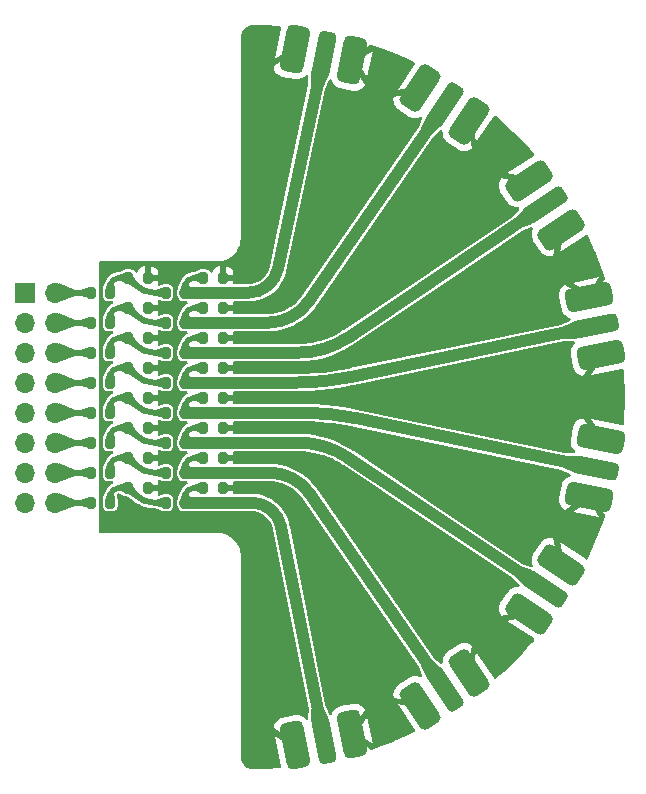
<source format=gbr>
%TF.GenerationSoftware,KiCad,Pcbnew,8.0.3*%
%TF.CreationDate,2024-07-20T13:21:27-05:00*%
%TF.ProjectId,tla_probe_sma_breakout,746c615f-7072-46f6-9265-5f736d615f62,rev?*%
%TF.SameCoordinates,Original*%
%TF.FileFunction,Copper,L1,Top*%
%TF.FilePolarity,Positive*%
%FSLAX46Y46*%
G04 Gerber Fmt 4.6, Leading zero omitted, Abs format (unit mm)*
G04 Created by KiCad (PCBNEW 8.0.3) date 2024-07-20 13:21:27*
%MOMM*%
%LPD*%
G01*
G04 APERTURE LIST*
G04 Aperture macros list*
%AMRoundRect*
0 Rectangle with rounded corners*
0 $1 Rounding radius*
0 $2 $3 $4 $5 $6 $7 $8 $9 X,Y pos of 4 corners*
0 Add a 4 corners polygon primitive as box body*
4,1,4,$2,$3,$4,$5,$6,$7,$8,$9,$2,$3,0*
0 Add four circle primitives for the rounded corners*
1,1,$1+$1,$2,$3*
1,1,$1+$1,$4,$5*
1,1,$1+$1,$6,$7*
1,1,$1+$1,$8,$9*
0 Add four rect primitives between the rounded corners*
20,1,$1+$1,$2,$3,$4,$5,0*
20,1,$1+$1,$4,$5,$6,$7,0*
20,1,$1+$1,$6,$7,$8,$9,0*
20,1,$1+$1,$8,$9,$2,$3,0*%
G04 Aperture macros list end*
%TA.AperFunction,SMDPad,CuDef*%
%ADD10RoundRect,0.200000X-0.200000X-0.275000X0.200000X-0.275000X0.200000X0.275000X-0.200000X0.275000X0*%
%TD*%
%TA.AperFunction,SMDPad,CuDef*%
%ADD11RoundRect,0.375000X-0.684816X1.520617X-0.050773X-1.666935X0.684816X-1.520617X0.050773X1.666935X0*%
%TD*%
%TA.AperFunction,SMDPad,CuDef*%
%ADD12RoundRect,0.500000X-0.783028X1.373633X-0.197757X-1.568723X0.783028X-1.373633X0.197757X1.568723X0*%
%TD*%
%TA.AperFunction,SMDPad,CuDef*%
%ADD13RoundRect,0.375000X-1.214603X1.142799X0.591001X-1.559477X1.214603X-1.142799X-0.591001X1.559477X0*%
%TD*%
%TA.AperFunction,SMDPad,CuDef*%
%ADD14RoundRect,0.500000X-1.249090X0.969419X0.417621X-1.524990X1.249090X-0.969419X-0.417621X1.524990X0*%
%TD*%
%TA.AperFunction,SMDPad,CuDef*%
%ADD15RoundRect,0.375000X-1.559477X0.591001X1.142799X-1.214603X1.559477X-0.591001X-1.142799X1.214603X0*%
%TD*%
%TA.AperFunction,SMDPad,CuDef*%
%ADD16RoundRect,0.500000X-1.524990X0.417621X0.969419X-1.249090X1.524990X-0.417621X-0.969419X1.249090X0*%
%TD*%
%TA.AperFunction,SMDPad,CuDef*%
%ADD17RoundRect,0.375000X-1.666935X-0.050773X1.520617X-0.684816X1.666935X0.050773X-1.520617X0.684816X0*%
%TD*%
%TA.AperFunction,SMDPad,CuDef*%
%ADD18RoundRect,0.500000X-1.568723X-0.197757X1.373633X-0.783028X1.568723X0.197757X-1.373633X0.783028X0*%
%TD*%
%TA.AperFunction,SMDPad,CuDef*%
%ADD19RoundRect,0.375000X-1.520617X-0.684816X1.666935X-0.050773X1.520617X0.684816X-1.666935X0.050773X0*%
%TD*%
%TA.AperFunction,SMDPad,CuDef*%
%ADD20RoundRect,0.500000X-1.373633X-0.783028X1.568723X-0.197757X1.373633X0.783028X-1.568723X0.197757X0*%
%TD*%
%TA.AperFunction,SMDPad,CuDef*%
%ADD21RoundRect,0.500000X-0.969419X-1.249090X1.524990X0.417621X0.969419X1.249090X-1.524990X-0.417621X0*%
%TD*%
%TA.AperFunction,SMDPad,CuDef*%
%ADD22RoundRect,0.375000X-1.142799X-1.214603X1.559477X0.591001X1.142799X1.214603X-1.559477X-0.591001X0*%
%TD*%
%TA.AperFunction,SMDPad,CuDef*%
%ADD23RoundRect,0.500000X-0.417621X-1.524990X1.249090X0.969419X0.417621X1.524990X-1.249090X-0.969419X0*%
%TD*%
%TA.AperFunction,SMDPad,CuDef*%
%ADD24RoundRect,0.375000X-0.591001X-1.559477X1.214603X1.142799X0.591001X1.559477X-1.214603X-1.142799X0*%
%TD*%
%TA.AperFunction,SMDPad,CuDef*%
%ADD25RoundRect,0.500000X0.197757X-1.568723X0.783028X1.373633X-0.197757X1.568723X-0.783028X-1.373633X0*%
%TD*%
%TA.AperFunction,SMDPad,CuDef*%
%ADD26RoundRect,0.375000X0.050773X-1.666935X0.684816X1.520617X-0.050773X1.666935X-0.684816X-1.520617X0*%
%TD*%
%TA.AperFunction,ComponentPad*%
%ADD27R,1.700000X1.700000*%
%TD*%
%TA.AperFunction,ComponentPad*%
%ADD28O,1.700000X1.700000*%
%TD*%
%TA.AperFunction,ViaPad*%
%ADD29C,0.600000*%
%TD*%
%TA.AperFunction,Conductor*%
%ADD30C,0.500000*%
%TD*%
%TA.AperFunction,Conductor*%
%ADD31C,1.000000*%
%TD*%
G04 APERTURE END LIST*
D10*
%TO.P,R32,1*%
%TO.N,Net-(J9-In)*%
X126810000Y-73660000D03*
%TO.P,R32,2*%
%TO.N,GND*%
X128460000Y-73660000D03*
%TD*%
%TO.P,R31,1*%
%TO.N,Net-(J8-In)*%
X126810000Y-71120000D03*
%TO.P,R31,2*%
%TO.N,GND*%
X128460000Y-71120000D03*
%TD*%
%TO.P,R30,1*%
%TO.N,Net-(J7-In)*%
X126810000Y-68580000D03*
%TO.P,R30,2*%
%TO.N,GND*%
X128460000Y-68580000D03*
%TD*%
%TO.P,R29,1*%
%TO.N,Net-(J6-In)*%
X126810000Y-66040000D03*
%TO.P,R29,2*%
%TO.N,GND*%
X128460000Y-66040000D03*
%TD*%
%TO.P,R28,1*%
%TO.N,Net-(J5-In)*%
X126810000Y-63500000D03*
%TO.P,R28,2*%
%TO.N,GND*%
X128460000Y-63500000D03*
%TD*%
%TO.P,R27,1*%
%TO.N,Net-(J4-In)*%
X126810000Y-60960000D03*
%TO.P,R27,2*%
%TO.N,GND*%
X128460000Y-60960000D03*
%TD*%
%TO.P,R26,1*%
%TO.N,Net-(J3-In)*%
X126810000Y-58420000D03*
%TO.P,R26,2*%
%TO.N,GND*%
X128460000Y-58420000D03*
%TD*%
%TO.P,R25,1*%
%TO.N,Net-(J2-In)*%
X126810000Y-55880000D03*
%TO.P,R25,2*%
%TO.N,GND*%
X128460000Y-55880000D03*
%TD*%
%TO.P,R16,1*%
%TO.N,Net-(R18-Pad2)*%
X120460000Y-73660000D03*
%TO.P,R16,2*%
%TO.N,GND*%
X122110000Y-73660000D03*
%TD*%
%TO.P,R15,1*%
%TO.N,Net-(R17-Pad2)*%
X120460000Y-71120000D03*
%TO.P,R15,2*%
%TO.N,GND*%
X122110000Y-71120000D03*
%TD*%
%TO.P,R14,1*%
%TO.N,Net-(R16-Pad2)*%
X120460000Y-68580000D03*
%TO.P,R14,2*%
%TO.N,GND*%
X122110000Y-68580000D03*
%TD*%
%TO.P,R13,1*%
%TO.N,Net-(R15-Pad2)*%
X120460000Y-66040000D03*
%TO.P,R13,2*%
%TO.N,GND*%
X122110000Y-66040000D03*
%TD*%
%TO.P,R12,1*%
%TO.N,Net-(R14-Pad2)*%
X120460000Y-63500000D03*
%TO.P,R12,2*%
%TO.N,GND*%
X122110000Y-63500000D03*
%TD*%
%TO.P,R11,1*%
%TO.N,Net-(R13-Pad2)*%
X120460000Y-60960000D03*
%TO.P,R11,2*%
%TO.N,GND*%
X122110000Y-60960000D03*
%TD*%
%TO.P,R10,1*%
%TO.N,Net-(R12-Pad2)*%
X120460000Y-58420000D03*
%TO.P,R10,2*%
%TO.N,GND*%
X122110000Y-58420000D03*
%TD*%
%TO.P,R24,2*%
%TO.N,Net-(J9-In)*%
X125285000Y-74930000D03*
%TO.P,R24,1*%
%TO.N,Net-(R18-Pad2)*%
X123635000Y-74930000D03*
%TD*%
%TO.P,R23,2*%
%TO.N,Net-(J8-In)*%
X125285000Y-72390000D03*
%TO.P,R23,1*%
%TO.N,Net-(R17-Pad2)*%
X123635000Y-72390000D03*
%TD*%
%TO.P,R22,2*%
%TO.N,Net-(J7-In)*%
X125285000Y-69850000D03*
%TO.P,R22,1*%
%TO.N,Net-(R16-Pad2)*%
X123635000Y-69850000D03*
%TD*%
%TO.P,R21,2*%
%TO.N,Net-(J6-In)*%
X125285000Y-67310000D03*
%TO.P,R21,1*%
%TO.N,Net-(R15-Pad2)*%
X123635000Y-67310000D03*
%TD*%
%TO.P,R20,2*%
%TO.N,Net-(J5-In)*%
X125285000Y-64770000D03*
%TO.P,R20,1*%
%TO.N,Net-(R14-Pad2)*%
X123635000Y-64770000D03*
%TD*%
%TO.P,R19,2*%
%TO.N,Net-(J4-In)*%
X125285000Y-62230000D03*
%TO.P,R19,1*%
%TO.N,Net-(R13-Pad2)*%
X123635000Y-62230000D03*
%TD*%
%TO.P,R18,2*%
%TO.N,Net-(J3-In)*%
X125285000Y-59690000D03*
%TO.P,R18,1*%
%TO.N,Net-(R12-Pad2)*%
X123635000Y-59690000D03*
%TD*%
%TO.P,R8,2*%
%TO.N,Net-(R18-Pad2)*%
X118935000Y-74930000D03*
%TO.P,R8,1*%
%TO.N,Net-(J1-Pin_16)*%
X117285000Y-74930000D03*
%TD*%
%TO.P,R7,2*%
%TO.N,Net-(R17-Pad2)*%
X118935000Y-72390000D03*
%TO.P,R7,1*%
%TO.N,Net-(J1-Pin_14)*%
X117285000Y-72390000D03*
%TD*%
%TO.P,R6,2*%
%TO.N,Net-(R16-Pad2)*%
X118935000Y-69850000D03*
%TO.P,R6,1*%
%TO.N,Net-(J1-Pin_12)*%
X117285000Y-69850000D03*
%TD*%
%TO.P,R5,2*%
%TO.N,Net-(R15-Pad2)*%
X118935000Y-67310000D03*
%TO.P,R5,1*%
%TO.N,Net-(J1-Pin_10)*%
X117285000Y-67310000D03*
%TD*%
%TO.P,R4,2*%
%TO.N,Net-(R14-Pad2)*%
X118935000Y-64770000D03*
%TO.P,R4,1*%
%TO.N,Net-(J1-Pin_8)*%
X117285000Y-64770000D03*
%TD*%
%TO.P,R3,2*%
%TO.N,Net-(R13-Pad2)*%
X118935000Y-62230000D03*
%TO.P,R3,1*%
%TO.N,Net-(J1-Pin_6)*%
X117285000Y-62230000D03*
%TD*%
%TO.P,R2,2*%
%TO.N,Net-(R12-Pad2)*%
X118935000Y-59690000D03*
%TO.P,R2,1*%
%TO.N,Net-(J1-Pin_4)*%
X117285000Y-59690000D03*
%TD*%
%TO.P,R9,2*%
%TO.N,GND*%
X122110000Y-55880000D03*
%TO.P,R9,1*%
%TO.N,Net-(R10-Pad1)*%
X120460000Y-55880000D03*
%TD*%
%TO.P,R17,2*%
%TO.N,Net-(J2-In)*%
X125285000Y-57150000D03*
%TO.P,R17,1*%
%TO.N,Net-(R10-Pad1)*%
X123635000Y-57150000D03*
%TD*%
%TO.P,R1,2*%
%TO.N,Net-(R10-Pad1)*%
X118935000Y-57150000D03*
%TO.P,R1,1*%
%TO.N,Net-(J1-Pin_2)*%
X117285000Y-57150000D03*
%TD*%
D11*
%TO.P,J3,1,In*%
%TO.N,Net-(J9-In)*%
X137000000Y-95000000D03*
D12*
%TO.P,J3,2,Ext*%
%TO.N,GND*%
X139451963Y-94512274D03*
X134548037Y-95487726D03*
%TD*%
D13*
%TO.P,J5,1,In*%
%TO.N,Net-(J8-In)*%
X147250000Y-90750000D03*
D14*
%TO.P,J5,2,Ext*%
%TO.N,GND*%
X149328674Y-89361074D03*
X145171326Y-92138926D03*
%TD*%
D15*
%TO.P,J7,1,In*%
%TO.N,Net-(J7-In)*%
X155750000Y-82250000D03*
D16*
%TO.P,J7,2,Ext*%
%TO.N,GND*%
X157138926Y-80171326D03*
X154361074Y-84328674D03*
%TD*%
D17*
%TO.P,J9,1,In*%
%TO.N,Net-(J6-In)*%
X160000000Y-72000000D03*
D18*
%TO.P,J9,2,Ext*%
%TO.N,GND*%
X160487726Y-69548037D03*
X159512274Y-74451963D03*
%TD*%
D19*
%TO.P,J8,1,In*%
%TO.N,Net-(J5-In)*%
X160000000Y-60000000D03*
D20*
%TO.P,J8,2,Ext*%
%TO.N,GND*%
X159512274Y-57548037D03*
X160487726Y-62451963D03*
%TD*%
D21*
%TO.P,J6,2,Ext*%
%TO.N,GND*%
X157138926Y-51828674D03*
X154361074Y-47671326D03*
D22*
%TO.P,J6,1,In*%
%TO.N,Net-(J4-In)*%
X155750000Y-49750000D03*
%TD*%
D23*
%TO.P,J4,2,Ext*%
%TO.N,GND*%
X149328674Y-42638926D03*
X145171326Y-39861074D03*
D24*
%TO.P,J4,1,In*%
%TO.N,Net-(J3-In)*%
X147250000Y-41250000D03*
%TD*%
D25*
%TO.P,J2,2,Ext*%
%TO.N,GND*%
X139451963Y-37487726D03*
X134548037Y-36512274D03*
D26*
%TO.P,J2,1,In*%
%TO.N,Net-(J2-In)*%
X137000000Y-37000000D03*
%TD*%
D27*
%TO.P,J1,1,Pin_1*%
%TO.N,Net-(J1-Pin_1)*%
X111760000Y-57150000D03*
D28*
%TO.P,J1,2,Pin_2*%
%TO.N,Net-(J1-Pin_2)*%
X114300000Y-57150000D03*
%TO.P,J1,3,Pin_3*%
%TO.N,Net-(J1-Pin_3)*%
X111760000Y-59690000D03*
%TO.P,J1,4,Pin_4*%
%TO.N,Net-(J1-Pin_4)*%
X114300000Y-59690000D03*
%TO.P,J1,5,Pin_5*%
%TO.N,Net-(J1-Pin_5)*%
X111760000Y-62230000D03*
%TO.P,J1,6,Pin_6*%
%TO.N,Net-(J1-Pin_6)*%
X114300000Y-62230000D03*
%TO.P,J1,7,Pin_7*%
%TO.N,Net-(J1-Pin_7)*%
X111760000Y-64770000D03*
%TO.P,J1,8,Pin_8*%
%TO.N,Net-(J1-Pin_8)*%
X114300000Y-64770000D03*
%TO.P,J1,9,Pin_9*%
%TO.N,Net-(J1-Pin_9)*%
X111760000Y-67310000D03*
%TO.P,J1,10,Pin_10*%
%TO.N,Net-(J1-Pin_10)*%
X114300000Y-67310000D03*
%TO.P,J1,11,Pin_11*%
%TO.N,Net-(J1-Pin_11)*%
X111760000Y-69850000D03*
%TO.P,J1,12,Pin_12*%
%TO.N,Net-(J1-Pin_12)*%
X114300000Y-69850000D03*
%TO.P,J1,13,Pin_13*%
%TO.N,Net-(J1-Pin_13)*%
X111760000Y-72390000D03*
%TO.P,J1,14,Pin_14*%
%TO.N,Net-(J1-Pin_14)*%
X114300000Y-72390000D03*
%TO.P,J1,15,Pin_15*%
%TO.N,Net-(J1-Pin_15)*%
X111760000Y-74930000D03*
%TO.P,J1,16,Pin_16*%
%TO.N,Net-(J1-Pin_16)*%
X114300000Y-74930000D03*
%TD*%
D29*
%TO.N,GND*%
X118935000Y-76200000D03*
X118500000Y-55000000D03*
X130500000Y-52500000D03*
X128000000Y-77000000D03*
X130500000Y-79500000D03*
X131000000Y-96500000D03*
X131000000Y-35500000D03*
X128473200Y-55880000D03*
X128473200Y-58420000D03*
X128473200Y-60960000D03*
X128473200Y-63500000D03*
X128473200Y-66040000D03*
X128473200Y-68580000D03*
X128473200Y-71120000D03*
X128473200Y-73660000D03*
X122123200Y-73660000D03*
X122123200Y-71120000D03*
X122123200Y-68580000D03*
X122123200Y-66040000D03*
X122123200Y-63500000D03*
X122123200Y-60960000D03*
X122123200Y-58420000D03*
X122123200Y-55880000D03*
%TD*%
D30*
%TO.N,Net-(R18-Pad2)*%
X119157500Y-73882500D02*
G75*
G03*
X118934984Y-74419662I537200J-537200D01*
G01*
X119694662Y-73660000D02*
G75*
G03*
X119157511Y-73882511I38J-759700D01*
G01*
X121095000Y-74295000D02*
G75*
G03*
X122628025Y-74929989I1533000J1533000D01*
G01*
%TO.N,Net-(R17-Pad2)*%
X119694662Y-71120000D02*
G75*
G03*
X119157511Y-71342511I38J-759700D01*
G01*
X121095000Y-71755000D02*
G75*
G03*
X122628025Y-72389989I1533000J1533000D01*
G01*
X119157500Y-71342500D02*
G75*
G03*
X118934984Y-71879662I537200J-537200D01*
G01*
%TO.N,Net-(R16-Pad2)*%
X121095000Y-69215000D02*
G75*
G03*
X122628025Y-69849989I1533000J1533000D01*
G01*
X119157500Y-68802500D02*
G75*
G03*
X118934984Y-69339662I537200J-537200D01*
G01*
X119694662Y-68580000D02*
G75*
G03*
X119157511Y-68802511I38J-759700D01*
G01*
%TO.N,Net-(R15-Pad2)*%
X119157500Y-66262500D02*
G75*
G03*
X118934984Y-66799662I537200J-537200D01*
G01*
X119694662Y-66040000D02*
G75*
G03*
X119157511Y-66262511I38J-759700D01*
G01*
X121095000Y-66675000D02*
G75*
G03*
X122628025Y-67309989I1533000J1533000D01*
G01*
%TO.N,Net-(R14-Pad2)*%
X119694662Y-63500000D02*
G75*
G03*
X119157511Y-63722511I38J-759700D01*
G01*
X121095000Y-64135000D02*
G75*
G03*
X122628025Y-64769989I1533000J1533000D01*
G01*
X119157500Y-63722500D02*
G75*
G03*
X118934984Y-64259662I537200J-537200D01*
G01*
%TO.N,Net-(R13-Pad2)*%
X121095000Y-61595000D02*
G75*
G03*
X122628025Y-62229989I1533000J1533000D01*
G01*
X119157500Y-61182500D02*
G75*
G03*
X118934984Y-61719662I537200J-537200D01*
G01*
X119694662Y-60960000D02*
G75*
G03*
X119157511Y-61182511I38J-759700D01*
G01*
%TO.N,Net-(R12-Pad2)*%
X119157500Y-58642500D02*
G75*
G03*
X118934984Y-59179662I537200J-537200D01*
G01*
X119694662Y-58420000D02*
G75*
G03*
X119157511Y-58642511I38J-759700D01*
G01*
X121095000Y-59055000D02*
G75*
G03*
X122628025Y-59689989I1533000J1533000D01*
G01*
%TO.N,Net-(J9-In)*%
X126044662Y-73660000D02*
G75*
G03*
X125507511Y-73882511I38J-759700D01*
G01*
X125507500Y-73882500D02*
G75*
G03*
X125284984Y-74419662I537200J-537200D01*
G01*
D31*
X133406035Y-76967280D02*
G75*
G03*
X130922651Y-74930027I-2483335J-494920D01*
G01*
D30*
%TO.N,Net-(J8-In)*%
X125507500Y-71342500D02*
G75*
G03*
X125284984Y-71879662I537200J-537200D01*
G01*
X126044662Y-71120000D02*
G75*
G03*
X125507511Y-71342511I38J-759700D01*
G01*
D31*
X135871692Y-74209561D02*
G75*
G03*
X132411485Y-72390026I-3460192J-2380339D01*
G01*
D30*
%TO.N,Net-(J7-In)*%
X126044662Y-68580000D02*
G75*
G03*
X125507511Y-68802511I38J-759700D01*
G01*
D31*
X139067435Y-71122307D02*
G75*
G03*
X134867167Y-69850014I-4200235J-6296993D01*
G01*
D30*
X125507500Y-68802500D02*
G75*
G03*
X125284984Y-69339662I537200J-537200D01*
G01*
%TO.N,Net-(J6-In)*%
X126044662Y-66040000D02*
G75*
G03*
X125507511Y-66262511I38J-759700D01*
G01*
X125507500Y-66262500D02*
G75*
G03*
X125284984Y-66799662I537200J-537200D01*
G01*
D31*
X139787792Y-67786877D02*
G75*
G03*
X135163035Y-67309991I-4624792J-22186923D01*
G01*
D30*
%TO.N,Net-(J5-In)*%
X125507500Y-63722500D02*
G75*
G03*
X125284984Y-64259662I537200J-537200D01*
G01*
X126044662Y-63500000D02*
G75*
G03*
X125507511Y-63722511I38J-759700D01*
G01*
D31*
X139288331Y-64295419D02*
G75*
G02*
X134662974Y-64769995I-4625331J22302519D01*
G01*
D30*
%TO.N,Net-(J4-In)*%
X126044662Y-60960000D02*
G75*
G03*
X125507511Y-61182511I38J-759700D01*
G01*
X125507500Y-61182500D02*
G75*
G03*
X125284984Y-61719662I537200J-537200D01*
G01*
D31*
X139063225Y-60952310D02*
G75*
G02*
X134867673Y-62229987I-4195525J6249610D01*
G01*
%TO.N,Net-(J3-In)*%
X135756402Y-57872897D02*
G75*
G02*
X132290834Y-59690031I-3465602J2396197D01*
G01*
D30*
X125507500Y-58642500D02*
G75*
G03*
X125284984Y-59179662I537200J-537200D01*
G01*
X126044662Y-58420000D02*
G75*
G03*
X125507511Y-58642511I38J-759700D01*
G01*
%TO.N,Net-(R10-Pad1)*%
X119694662Y-55880000D02*
G75*
G03*
X119157511Y-56102511I38J-759700D01*
G01*
X121095000Y-56515000D02*
G75*
G03*
X122628025Y-57149989I1533000J1533000D01*
G01*
X119157500Y-56102500D02*
G75*
G03*
X118934984Y-56639662I537200J-537200D01*
G01*
%TO.N,Net-(J2-In)*%
X125507500Y-56102500D02*
G75*
G03*
X125284984Y-56639662I537200J-537200D01*
G01*
X126044662Y-55880000D02*
G75*
G03*
X125507511Y-56102511I38J-759700D01*
G01*
D31*
X133148082Y-55113450D02*
G75*
G02*
X130632910Y-57150021I-2515182J534850D01*
G01*
X133148082Y-55113450D02*
X137000000Y-37000000D01*
%TO.N,Net-(J9-In)*%
X125285000Y-74930000D02*
X130922651Y-74930000D01*
X133406035Y-76967280D02*
X137000000Y-95000000D01*
%TO.N,Net-(J8-In)*%
X125285000Y-72390000D02*
X132411485Y-72390000D01*
X135871692Y-74209561D02*
X147250000Y-90750000D01*
%TO.N,Net-(J6-In)*%
X125285000Y-67310000D02*
X135163035Y-67310000D01*
X139787792Y-67786877D02*
X160000000Y-72000000D01*
%TO.N,Net-(J5-In)*%
X134662974Y-64770000D02*
X125285000Y-64770000D01*
X139288331Y-64295419D02*
X160000000Y-60000000D01*
%TO.N,Net-(J3-In)*%
X132290834Y-59690000D02*
X125285000Y-59690000D01*
X135756402Y-57872897D02*
X147250000Y-41250000D01*
%TO.N,Net-(J2-In)*%
X130632910Y-57150000D02*
X125285000Y-57150000D01*
D30*
%TO.N,Net-(J9-In)*%
X126044662Y-73660000D02*
X126810000Y-73660000D01*
X125285000Y-74930000D02*
X125285000Y-74419662D01*
%TO.N,Net-(J8-In)*%
X126044662Y-71120000D02*
X126810000Y-71120000D01*
X125285000Y-71879662D02*
X125285000Y-72390000D01*
%TO.N,Net-(J7-In)*%
X126044662Y-68580000D02*
X126810000Y-68580000D01*
X125285000Y-69850000D02*
X125285000Y-69339662D01*
%TO.N,Net-(J6-In)*%
X126044662Y-66040000D02*
X126810000Y-66040000D01*
X125285000Y-67310000D02*
X125285000Y-66799662D01*
%TO.N,Net-(J5-In)*%
X126044662Y-63500000D02*
X126810000Y-63500000D01*
X125285000Y-64259662D02*
X125285000Y-64770000D01*
%TO.N,Net-(J4-In)*%
X126044662Y-60960000D02*
X126810000Y-60960000D01*
X125285000Y-62230000D02*
X125285000Y-61719662D01*
%TO.N,Net-(J3-In)*%
X126044662Y-58420000D02*
X126810000Y-58420000D01*
X125285000Y-59690000D02*
X125285000Y-59179662D01*
%TO.N,Net-(J2-In)*%
X126044662Y-55880000D02*
X126810000Y-55880000D01*
X125285000Y-56639662D02*
X125285000Y-57150000D01*
%TO.N,Net-(R18-Pad2)*%
X121095000Y-74295000D02*
X120460000Y-73660000D01*
X122628025Y-74930000D02*
X123635000Y-74930000D01*
%TO.N,Net-(R10-Pad1)*%
X121095000Y-56515000D02*
X120460000Y-55880000D01*
X122628025Y-57150000D02*
X123635000Y-57150000D01*
%TO.N,Net-(R12-Pad2)*%
X121095000Y-59055000D02*
X120460000Y-58420000D01*
X122628025Y-59690000D02*
X123635000Y-59690000D01*
%TO.N,Net-(R13-Pad2)*%
X121095000Y-61595000D02*
X120460000Y-60960000D01*
X122628025Y-62230000D02*
X123635000Y-62230000D01*
%TO.N,Net-(R14-Pad2)*%
X121095000Y-64135000D02*
X120460000Y-63500000D01*
X122628025Y-64770000D02*
X123635000Y-64770000D01*
%TO.N,Net-(R15-Pad2)*%
X121095000Y-66675000D02*
X120460000Y-66040000D01*
X122628025Y-67310000D02*
X123635000Y-67310000D01*
%TO.N,Net-(R16-Pad2)*%
X121095000Y-69215000D02*
X120460000Y-68580000D01*
X122628025Y-69850000D02*
X123635000Y-69850000D01*
%TO.N,Net-(R17-Pad2)*%
X121095000Y-71755000D02*
X120460000Y-71120000D01*
X122628025Y-72390000D02*
X123635000Y-72390000D01*
%TO.N,Net-(R10-Pad1)*%
X118935000Y-56639662D02*
X118935000Y-57150000D01*
X119694662Y-55880000D02*
X120460000Y-55880000D01*
%TO.N,Net-(R12-Pad2)*%
X119694662Y-58420000D02*
X120460000Y-58420000D01*
X118935000Y-59179662D02*
X118935000Y-59690000D01*
%TO.N,Net-(R13-Pad2)*%
X118935000Y-61719662D02*
X118935000Y-62230000D01*
X120460000Y-60960000D02*
X119694662Y-60960000D01*
%TO.N,Net-(R14-Pad2)*%
X118935000Y-64259662D02*
X118935000Y-64770000D01*
X119694662Y-63500000D02*
X120460000Y-63500000D01*
%TO.N,Net-(R15-Pad2)*%
X118935000Y-66799662D02*
X118935000Y-67310000D01*
X119694662Y-66040000D02*
X120460000Y-66040000D01*
%TO.N,Net-(R16-Pad2)*%
X118935000Y-69339662D02*
X118935000Y-69850000D01*
X120460000Y-68580000D02*
X119694662Y-68580000D01*
%TO.N,Net-(R17-Pad2)*%
X118935000Y-71879662D02*
X118935000Y-72390000D01*
X119694662Y-71120000D02*
X120460000Y-71120000D01*
%TO.N,Net-(R18-Pad2)*%
X118935000Y-74419662D02*
X118935000Y-74930000D01*
X119694662Y-73660000D02*
X120460000Y-73660000D01*
%TO.N,Net-(J1-Pin_14)*%
X114300000Y-72390000D02*
X117285000Y-72390000D01*
%TO.N,Net-(J1-Pin_12)*%
X117285000Y-69850000D02*
X114300000Y-69850000D01*
%TO.N,Net-(J1-Pin_10)*%
X117285000Y-67310000D02*
X114300000Y-67310000D01*
%TO.N,Net-(J1-Pin_8)*%
X114300000Y-64770000D02*
X117285000Y-64770000D01*
%TO.N,Net-(J1-Pin_6)*%
X117285000Y-62230000D02*
X114300000Y-62230000D01*
%TO.N,Net-(J1-Pin_4)*%
X114300000Y-59690000D02*
X117285000Y-59690000D01*
%TO.N,Net-(J1-Pin_2)*%
X117285000Y-57150000D02*
X114300000Y-57150000D01*
%TO.N,Net-(J1-Pin_16)*%
X117285000Y-74930000D02*
X114300000Y-74930000D01*
D31*
%TO.N,Net-(J4-In)*%
X125285000Y-62230000D02*
X134867673Y-62230000D01*
X139063225Y-60952310D02*
X155750000Y-49750000D01*
%TO.N,Net-(J7-In)*%
X125285000Y-69850000D02*
X134867167Y-69850000D01*
X139067435Y-71122307D02*
X155750000Y-82250000D01*
%TD*%
%TA.AperFunction,Conductor*%
%TO.N,GND*%
G36*
X132109524Y-34520084D02*
G01*
X132113827Y-34520236D01*
X133219740Y-34578847D01*
X133224098Y-34579155D01*
X133233796Y-34580012D01*
X133262426Y-34582545D01*
X133327469Y-34608060D01*
X133368393Y-34664690D01*
X133373116Y-34730254D01*
X132853198Y-37344055D01*
X132853199Y-37344055D01*
X134513909Y-36234404D01*
X134580587Y-36213526D01*
X134647967Y-36232011D01*
X134685902Y-36268615D01*
X134825906Y-36478146D01*
X134846784Y-36544824D01*
X134828299Y-36612204D01*
X134791695Y-36650139D01*
X132771049Y-38000290D01*
X132776760Y-38069496D01*
X132776761Y-38069501D01*
X132833945Y-38264669D01*
X132833947Y-38264674D01*
X132929252Y-38444342D01*
X133058771Y-38601147D01*
X133217204Y-38728671D01*
X133398068Y-38821693D01*
X133513022Y-38855374D01*
X133513043Y-38855379D01*
X134607578Y-39073095D01*
X134726699Y-39085971D01*
X134929384Y-39069245D01*
X135124554Y-39012061D01*
X135124561Y-39012058D01*
X135304229Y-38916753D01*
X135461034Y-38787235D01*
X135493465Y-38746943D01*
X135550835Y-38707061D01*
X135620658Y-38704527D01*
X135680768Y-38740145D01*
X135712079Y-38802606D01*
X135714059Y-38825619D01*
X135713701Y-38873554D01*
X135708478Y-39573267D01*
X135705769Y-39598133D01*
X133162052Y-51559837D01*
X132455452Y-54882590D01*
X132455452Y-54882591D01*
X132449324Y-54911408D01*
X132439331Y-54958400D01*
X132437296Y-54966588D01*
X132371956Y-55195893D01*
X132366241Y-55211762D01*
X132272098Y-55426182D01*
X132264283Y-55441129D01*
X132141916Y-55640785D01*
X132132145Y-55654533D01*
X131983803Y-55835751D01*
X131972256Y-55848045D01*
X131800708Y-56007443D01*
X131787599Y-56018058D01*
X131596000Y-56152704D01*
X131581574Y-56161440D01*
X131373472Y-56268843D01*
X131357992Y-56275541D01*
X131137250Y-56353705D01*
X131121004Y-56358241D01*
X130891686Y-56405728D01*
X130874976Y-56408017D01*
X130637410Y-56424213D01*
X130628976Y-56424500D01*
X129476361Y-56424500D01*
X129409322Y-56404815D01*
X129363567Y-56352011D01*
X129354474Y-56288774D01*
X129352997Y-56288640D01*
X129360000Y-56211572D01*
X129360000Y-56130000D01*
X128334000Y-56130000D01*
X128266961Y-56110315D01*
X128221206Y-56057511D01*
X128210000Y-56006000D01*
X128210000Y-55630000D01*
X128710000Y-55630000D01*
X129359999Y-55630000D01*
X129359999Y-55548417D01*
X129353591Y-55477897D01*
X129353590Y-55477892D01*
X129303018Y-55315603D01*
X129215072Y-55170122D01*
X129094877Y-55049927D01*
X128949395Y-54961980D01*
X128949396Y-54961980D01*
X128787105Y-54911409D01*
X128787106Y-54911409D01*
X128716572Y-54905000D01*
X128710000Y-54905000D01*
X128710000Y-55630000D01*
X128210000Y-55630000D01*
X128210000Y-54905000D01*
X128209999Y-54904999D01*
X128203436Y-54905000D01*
X128203417Y-54905001D01*
X128132897Y-54911408D01*
X128132892Y-54911409D01*
X127970603Y-54961981D01*
X127825122Y-55049927D01*
X127704927Y-55170122D01*
X127616981Y-55315603D01*
X127602511Y-55362038D01*
X127563773Y-55420186D01*
X127499747Y-55448159D01*
X127430762Y-55437077D01*
X127378720Y-55390458D01*
X127373646Y-55381452D01*
X127358528Y-55351780D01*
X127358524Y-55351776D01*
X127358523Y-55351774D01*
X127263225Y-55256476D01*
X127263221Y-55256473D01*
X127263220Y-55256472D01*
X127143126Y-55195281D01*
X127143124Y-55195280D01*
X127143121Y-55195279D01*
X127043493Y-55179500D01*
X127043488Y-55179500D01*
X126576512Y-55179500D01*
X126576507Y-55179500D01*
X126476876Y-55195279D01*
X126356781Y-55256470D01*
X126353221Y-55260030D01*
X126307520Y-55289024D01*
X126006921Y-55397166D01*
X125964956Y-55404487D01*
X125947436Y-55404488D01*
X125902637Y-55411585D01*
X125755411Y-55434910D01*
X125714639Y-55448159D01*
X125570517Y-55494991D01*
X125397291Y-55583258D01*
X125299191Y-55654533D01*
X125240006Y-55697534D01*
X125175571Y-55761971D01*
X125171270Y-55766272D01*
X125171268Y-55766273D01*
X125121604Y-55815935D01*
X125121431Y-55816131D01*
X125102552Y-55835011D01*
X125102546Y-55835018D01*
X124988273Y-55992295D01*
X124910952Y-56144039D01*
X124905547Y-56153579D01*
X124905379Y-56153845D01*
X124904353Y-56155908D01*
X124900657Y-56164244D01*
X124900009Y-56165516D01*
X124900007Y-56165520D01*
X124895496Y-56179400D01*
X124893466Y-56185160D01*
X124834587Y-56339931D01*
X124834586Y-56339932D01*
X124702894Y-56686093D01*
X124697484Y-56698294D01*
X124675281Y-56741872D01*
X124672265Y-56751155D01*
X124670172Y-56750475D01*
X124657104Y-56783846D01*
X124642070Y-56806348D01*
X124587381Y-56938379D01*
X124587379Y-56938385D01*
X124559500Y-57078542D01*
X124559500Y-57078545D01*
X124559500Y-57221455D01*
X124559500Y-57221457D01*
X124559499Y-57221457D01*
X124587379Y-57361614D01*
X124587381Y-57361620D01*
X124642071Y-57493654D01*
X124657100Y-57516147D01*
X124670170Y-57549525D01*
X124672265Y-57548845D01*
X124675279Y-57558123D01*
X124675281Y-57558126D01*
X124736472Y-57678220D01*
X124736474Y-57678222D01*
X124736476Y-57678225D01*
X124831774Y-57773523D01*
X124831778Y-57773526D01*
X124831780Y-57773528D01*
X124951874Y-57834719D01*
X124951876Y-57834719D01*
X124951878Y-57834720D01*
X125051507Y-57850500D01*
X125051512Y-57850500D01*
X125075652Y-57850500D01*
X125099844Y-57852883D01*
X125213542Y-57875500D01*
X125213545Y-57875500D01*
X125367046Y-57875500D01*
X125434085Y-57895185D01*
X125479840Y-57947989D01*
X125489784Y-58017147D01*
X125460759Y-58080703D01*
X125423342Y-58109984D01*
X125397294Y-58123256D01*
X125397292Y-58123257D01*
X125295410Y-58197280D01*
X125240006Y-58237534D01*
X125183542Y-58294000D01*
X125171270Y-58306272D01*
X125171268Y-58306273D01*
X125121604Y-58355935D01*
X125121431Y-58356131D01*
X125102552Y-58375011D01*
X125102546Y-58375018D01*
X124988273Y-58532295D01*
X124910952Y-58684039D01*
X124905547Y-58693579D01*
X124905379Y-58693845D01*
X124904353Y-58695908D01*
X124900657Y-58704244D01*
X124900009Y-58705516D01*
X124900007Y-58705520D01*
X124895496Y-58719400D01*
X124893466Y-58725160D01*
X124834587Y-58879931D01*
X124834586Y-58879932D01*
X124702894Y-59226093D01*
X124697484Y-59238294D01*
X124675281Y-59281872D01*
X124672265Y-59291155D01*
X124670172Y-59290475D01*
X124657104Y-59323846D01*
X124642070Y-59346348D01*
X124587381Y-59478379D01*
X124587379Y-59478385D01*
X124559500Y-59618542D01*
X124559500Y-59618545D01*
X124559500Y-59761455D01*
X124559500Y-59761457D01*
X124559499Y-59761457D01*
X124587379Y-59901614D01*
X124587381Y-59901620D01*
X124642071Y-60033654D01*
X124657100Y-60056147D01*
X124670170Y-60089525D01*
X124672265Y-60088845D01*
X124675279Y-60098123D01*
X124686887Y-60120904D01*
X124736472Y-60218220D01*
X124736474Y-60218222D01*
X124736476Y-60218225D01*
X124831774Y-60313523D01*
X124831778Y-60313526D01*
X124831780Y-60313528D01*
X124951874Y-60374719D01*
X124951876Y-60374719D01*
X124951878Y-60374720D01*
X125051507Y-60390500D01*
X125051512Y-60390500D01*
X125075652Y-60390500D01*
X125099844Y-60392883D01*
X125213542Y-60415500D01*
X125213545Y-60415500D01*
X125367046Y-60415500D01*
X125434085Y-60435185D01*
X125479840Y-60487989D01*
X125489784Y-60557147D01*
X125460759Y-60620703D01*
X125423342Y-60649984D01*
X125397294Y-60663256D01*
X125397292Y-60663257D01*
X125254558Y-60766961D01*
X125240006Y-60777534D01*
X125221526Y-60796015D01*
X125171270Y-60846272D01*
X125171268Y-60846273D01*
X125121604Y-60895935D01*
X125121431Y-60896131D01*
X125102552Y-60915011D01*
X125102546Y-60915018D01*
X124988273Y-61072295D01*
X124910952Y-61224039D01*
X124905547Y-61233579D01*
X124905379Y-61233845D01*
X124904353Y-61235908D01*
X124900657Y-61244244D01*
X124900009Y-61245516D01*
X124900007Y-61245520D01*
X124895496Y-61259400D01*
X124893466Y-61265160D01*
X124834587Y-61419931D01*
X124834586Y-61419932D01*
X124702894Y-61766093D01*
X124697484Y-61778294D01*
X124675281Y-61821872D01*
X124672265Y-61831155D01*
X124670172Y-61830475D01*
X124657104Y-61863846D01*
X124642070Y-61886348D01*
X124587381Y-62018379D01*
X124587379Y-62018385D01*
X124559500Y-62158542D01*
X124559500Y-62158545D01*
X124559500Y-62301455D01*
X124559500Y-62301457D01*
X124559499Y-62301457D01*
X124587379Y-62441614D01*
X124587381Y-62441620D01*
X124642071Y-62573654D01*
X124657100Y-62596147D01*
X124670170Y-62629525D01*
X124672265Y-62628845D01*
X124675279Y-62638123D01*
X124686887Y-62660904D01*
X124736472Y-62758220D01*
X124736474Y-62758222D01*
X124736476Y-62758225D01*
X124831774Y-62853523D01*
X124831778Y-62853526D01*
X124831780Y-62853528D01*
X124951874Y-62914719D01*
X124951876Y-62914719D01*
X124951878Y-62914720D01*
X125051507Y-62930500D01*
X125051512Y-62930500D01*
X125075652Y-62930500D01*
X125099844Y-62932883D01*
X125213542Y-62955500D01*
X125213545Y-62955500D01*
X125367046Y-62955500D01*
X125434085Y-62975185D01*
X125479840Y-63027989D01*
X125489784Y-63097147D01*
X125460759Y-63160703D01*
X125423342Y-63189984D01*
X125397294Y-63203256D01*
X125397292Y-63203257D01*
X125254558Y-63306961D01*
X125240006Y-63317534D01*
X125183542Y-63374000D01*
X125171270Y-63386272D01*
X125171268Y-63386273D01*
X125121604Y-63435935D01*
X125121431Y-63436131D01*
X125102552Y-63455011D01*
X125102546Y-63455018D01*
X124988273Y-63612295D01*
X124910952Y-63764039D01*
X124905547Y-63773579D01*
X124905379Y-63773845D01*
X124904353Y-63775908D01*
X124900657Y-63784244D01*
X124900009Y-63785516D01*
X124900007Y-63785520D01*
X124895496Y-63799400D01*
X124893466Y-63805160D01*
X124834587Y-63959931D01*
X124834586Y-63959932D01*
X124702894Y-64306093D01*
X124697484Y-64318294D01*
X124675281Y-64361872D01*
X124672265Y-64371155D01*
X124670172Y-64370475D01*
X124657104Y-64403846D01*
X124642070Y-64426348D01*
X124587381Y-64558379D01*
X124587379Y-64558385D01*
X124559500Y-64698542D01*
X124559500Y-64698545D01*
X124559500Y-64841455D01*
X124559500Y-64841457D01*
X124559499Y-64841457D01*
X124587379Y-64981614D01*
X124587381Y-64981620D01*
X124642071Y-65113654D01*
X124657100Y-65136147D01*
X124670170Y-65169525D01*
X124672265Y-65168845D01*
X124675279Y-65178123D01*
X124675281Y-65178126D01*
X124736472Y-65298220D01*
X124736474Y-65298222D01*
X124736476Y-65298225D01*
X124831774Y-65393523D01*
X124831778Y-65393526D01*
X124831780Y-65393528D01*
X124951874Y-65454719D01*
X124951876Y-65454719D01*
X124951878Y-65454720D01*
X125051507Y-65470500D01*
X125051512Y-65470500D01*
X125075652Y-65470500D01*
X125099844Y-65472883D01*
X125213542Y-65495500D01*
X125213545Y-65495500D01*
X125367046Y-65495500D01*
X125434085Y-65515185D01*
X125479840Y-65567989D01*
X125489784Y-65637147D01*
X125460759Y-65700703D01*
X125423342Y-65729984D01*
X125397294Y-65743256D01*
X125397292Y-65743257D01*
X125254558Y-65846961D01*
X125240006Y-65857534D01*
X125183542Y-65914000D01*
X125171270Y-65926272D01*
X125171268Y-65926273D01*
X125121604Y-65975935D01*
X125121431Y-65976131D01*
X125102552Y-65995011D01*
X125102546Y-65995018D01*
X124988273Y-66152295D01*
X124910952Y-66304039D01*
X124905547Y-66313579D01*
X124905379Y-66313845D01*
X124904353Y-66315908D01*
X124900657Y-66324244D01*
X124900009Y-66325516D01*
X124900007Y-66325520D01*
X124895496Y-66339400D01*
X124893466Y-66345160D01*
X124834587Y-66499931D01*
X124834586Y-66499932D01*
X124702894Y-66846093D01*
X124697484Y-66858294D01*
X124675281Y-66901872D01*
X124672265Y-66911155D01*
X124670172Y-66910475D01*
X124657104Y-66943846D01*
X124642070Y-66966348D01*
X124587381Y-67098379D01*
X124587379Y-67098385D01*
X124559500Y-67238542D01*
X124559500Y-67238545D01*
X124559500Y-67381455D01*
X124559500Y-67381457D01*
X124559499Y-67381457D01*
X124587379Y-67521614D01*
X124587381Y-67521620D01*
X124642071Y-67653654D01*
X124657100Y-67676147D01*
X124670170Y-67709525D01*
X124672265Y-67708845D01*
X124675279Y-67718123D01*
X124675281Y-67718126D01*
X124736472Y-67838220D01*
X124736474Y-67838222D01*
X124736476Y-67838225D01*
X124831774Y-67933523D01*
X124831778Y-67933526D01*
X124831780Y-67933528D01*
X124951874Y-67994719D01*
X124951876Y-67994719D01*
X124951878Y-67994720D01*
X125051507Y-68010500D01*
X125051512Y-68010500D01*
X125075652Y-68010500D01*
X125099844Y-68012883D01*
X125213542Y-68035500D01*
X125213545Y-68035500D01*
X125367046Y-68035500D01*
X125434085Y-68055185D01*
X125479840Y-68107989D01*
X125489784Y-68177147D01*
X125460759Y-68240703D01*
X125423342Y-68269984D01*
X125397294Y-68283256D01*
X125397292Y-68283257D01*
X125254558Y-68386961D01*
X125240006Y-68397534D01*
X125183542Y-68454000D01*
X125171270Y-68466272D01*
X125171268Y-68466273D01*
X125121604Y-68515935D01*
X125121431Y-68516131D01*
X125102552Y-68535011D01*
X125102546Y-68535018D01*
X124988273Y-68692295D01*
X124910952Y-68844039D01*
X124905547Y-68853579D01*
X124905379Y-68853845D01*
X124904353Y-68855908D01*
X124900657Y-68864244D01*
X124900009Y-68865516D01*
X124900007Y-68865520D01*
X124895496Y-68879400D01*
X124893466Y-68885160D01*
X124834587Y-69039931D01*
X124834586Y-69039932D01*
X124702894Y-69386093D01*
X124697484Y-69398294D01*
X124675281Y-69441872D01*
X124672265Y-69451155D01*
X124670172Y-69450475D01*
X124657104Y-69483846D01*
X124642070Y-69506348D01*
X124587381Y-69638379D01*
X124587379Y-69638385D01*
X124559500Y-69778542D01*
X124559500Y-69778545D01*
X124559500Y-69921455D01*
X124559500Y-69921457D01*
X124559499Y-69921457D01*
X124587379Y-70061614D01*
X124587381Y-70061620D01*
X124642071Y-70193654D01*
X124657100Y-70216147D01*
X124670170Y-70249525D01*
X124672265Y-70248845D01*
X124675279Y-70258123D01*
X124675281Y-70258126D01*
X124736472Y-70378220D01*
X124736474Y-70378222D01*
X124736476Y-70378225D01*
X124831774Y-70473523D01*
X124831778Y-70473526D01*
X124831780Y-70473528D01*
X124951874Y-70534719D01*
X124951876Y-70534719D01*
X124951878Y-70534720D01*
X125051507Y-70550500D01*
X125051512Y-70550500D01*
X125075652Y-70550500D01*
X125099844Y-70552883D01*
X125213542Y-70575500D01*
X125213545Y-70575500D01*
X125367046Y-70575500D01*
X125434085Y-70595185D01*
X125479840Y-70647989D01*
X125489784Y-70717147D01*
X125460759Y-70780703D01*
X125423342Y-70809984D01*
X125397294Y-70823256D01*
X125397292Y-70823257D01*
X125254558Y-70926961D01*
X125240006Y-70937534D01*
X125183542Y-70994000D01*
X125171270Y-71006272D01*
X125171268Y-71006273D01*
X125121604Y-71055935D01*
X125121431Y-71056131D01*
X125102552Y-71075011D01*
X125102546Y-71075018D01*
X124988273Y-71232295D01*
X124910952Y-71384039D01*
X124905547Y-71393579D01*
X124905379Y-71393845D01*
X124904353Y-71395908D01*
X124900657Y-71404244D01*
X124900009Y-71405516D01*
X124900007Y-71405520D01*
X124895496Y-71419400D01*
X124893466Y-71425160D01*
X124834587Y-71579931D01*
X124834586Y-71579932D01*
X124702894Y-71926093D01*
X124697484Y-71938294D01*
X124675281Y-71981872D01*
X124672265Y-71991155D01*
X124670172Y-71990475D01*
X124657104Y-72023846D01*
X124642070Y-72046348D01*
X124587381Y-72178379D01*
X124587379Y-72178385D01*
X124559500Y-72318542D01*
X124559500Y-72318545D01*
X124559500Y-72461455D01*
X124559500Y-72461457D01*
X124559499Y-72461457D01*
X124587379Y-72601614D01*
X124587381Y-72601620D01*
X124642071Y-72733654D01*
X124657100Y-72756147D01*
X124670170Y-72789525D01*
X124672265Y-72788845D01*
X124675279Y-72798123D01*
X124675281Y-72798126D01*
X124736472Y-72918220D01*
X124736474Y-72918222D01*
X124736476Y-72918225D01*
X124831774Y-73013523D01*
X124831778Y-73013526D01*
X124831780Y-73013528D01*
X124951874Y-73074719D01*
X124951876Y-73074719D01*
X124951878Y-73074720D01*
X125051507Y-73090500D01*
X125051512Y-73090500D01*
X125075652Y-73090500D01*
X125099844Y-73092883D01*
X125213542Y-73115500D01*
X125213545Y-73115500D01*
X125367046Y-73115500D01*
X125434085Y-73135185D01*
X125479840Y-73187989D01*
X125489784Y-73257147D01*
X125460759Y-73320703D01*
X125423342Y-73349984D01*
X125397294Y-73363256D01*
X125397292Y-73363257D01*
X125254558Y-73466961D01*
X125240006Y-73477534D01*
X125183542Y-73534000D01*
X125171270Y-73546272D01*
X125171268Y-73546273D01*
X125121604Y-73595935D01*
X125121431Y-73596131D01*
X125102552Y-73615011D01*
X125102546Y-73615018D01*
X124988273Y-73772295D01*
X124910952Y-73924039D01*
X124905547Y-73933579D01*
X124905379Y-73933845D01*
X124904353Y-73935908D01*
X124900657Y-73944244D01*
X124900009Y-73945516D01*
X124900007Y-73945520D01*
X124895496Y-73959400D01*
X124893466Y-73965160D01*
X124834587Y-74119931D01*
X124834586Y-74119932D01*
X124702894Y-74466093D01*
X124697484Y-74478294D01*
X124675281Y-74521872D01*
X124672265Y-74531155D01*
X124670172Y-74530475D01*
X124657104Y-74563846D01*
X124642070Y-74586348D01*
X124587381Y-74718379D01*
X124587379Y-74718385D01*
X124559500Y-74858542D01*
X124559500Y-74858545D01*
X124559500Y-75001455D01*
X124559500Y-75001457D01*
X124559499Y-75001457D01*
X124587379Y-75141614D01*
X124587381Y-75141620D01*
X124642071Y-75273654D01*
X124657100Y-75296147D01*
X124670170Y-75329525D01*
X124672265Y-75328845D01*
X124675279Y-75338123D01*
X124675281Y-75338126D01*
X124736472Y-75458220D01*
X124736474Y-75458222D01*
X124736476Y-75458225D01*
X124831774Y-75553523D01*
X124831778Y-75553526D01*
X124831780Y-75553528D01*
X124951874Y-75614719D01*
X124951876Y-75614719D01*
X124951878Y-75614720D01*
X125051507Y-75630500D01*
X125051512Y-75630500D01*
X125075652Y-75630500D01*
X125099844Y-75632883D01*
X125213542Y-75655500D01*
X125213545Y-75655500D01*
X130834120Y-75655500D01*
X130834156Y-75655501D01*
X130840916Y-75655500D01*
X130840921Y-75655502D01*
X130918400Y-75655500D01*
X130926909Y-75655791D01*
X131161637Y-75671939D01*
X131178491Y-75674270D01*
X131404612Y-75721543D01*
X131420981Y-75726158D01*
X131638497Y-75803960D01*
X131654092Y-75810780D01*
X131858885Y-75917636D01*
X131873402Y-75926528D01*
X132025216Y-76034526D01*
X132061636Y-76060434D01*
X132074799Y-76071233D01*
X132242906Y-76229651D01*
X132254466Y-76242150D01*
X132399298Y-76422114D01*
X132409036Y-76436079D01*
X132527847Y-76634176D01*
X132535581Y-76649344D01*
X132626136Y-76861846D01*
X132631720Y-76877930D01*
X132693336Y-77104599D01*
X132695286Y-77112890D01*
X132711612Y-77194811D01*
X132711620Y-77194847D01*
X135738939Y-92384421D01*
X135741293Y-92411709D01*
X135722177Y-93188487D01*
X135700850Y-93255022D01*
X135646936Y-93299464D01*
X135577554Y-93307703D01*
X135514731Y-93277123D01*
X135501619Y-93263186D01*
X135461037Y-93212767D01*
X135304229Y-93083246D01*
X135124561Y-92987941D01*
X135124554Y-92987938D01*
X134929384Y-92930754D01*
X134726699Y-92914027D01*
X134607578Y-92926904D01*
X133513043Y-93144620D01*
X133513022Y-93144625D01*
X133398068Y-93178306D01*
X133217204Y-93271328D01*
X133058771Y-93398852D01*
X132929252Y-93555657D01*
X132833947Y-93735325D01*
X132833945Y-93735330D01*
X132776760Y-93930501D01*
X132771049Y-93999708D01*
X134791695Y-95349860D01*
X134836500Y-95403472D01*
X134845207Y-95472797D01*
X134825906Y-95521853D01*
X134685902Y-95731384D01*
X134632290Y-95776189D01*
X134562965Y-95784896D01*
X134513909Y-95765595D01*
X132853199Y-94655943D01*
X132853198Y-94655943D01*
X133373115Y-97269745D01*
X133366888Y-97339336D01*
X133324025Y-97394514D01*
X133262428Y-97417453D01*
X133224128Y-97420842D01*
X133219761Y-97421151D01*
X132113864Y-97479761D01*
X132109489Y-97479916D01*
X131006505Y-97499385D01*
X130993509Y-97498932D01*
X130837246Y-97485260D01*
X130815961Y-97481507D01*
X130668630Y-97442030D01*
X130648318Y-97434637D01*
X130510084Y-97370177D01*
X130491366Y-97359370D01*
X130366417Y-97271880D01*
X130349859Y-97257986D01*
X130242013Y-97150140D01*
X130228119Y-97133582D01*
X130140629Y-97008633D01*
X130129822Y-96989915D01*
X130065362Y-96851681D01*
X130057969Y-96831369D01*
X130049882Y-96801188D01*
X130018491Y-96684035D01*
X130014739Y-96662752D01*
X130000972Y-96505393D01*
X130000500Y-96494586D01*
X130000500Y-79368886D01*
X130000499Y-79368872D01*
X129984368Y-79246352D01*
X129966270Y-79108884D01*
X129898398Y-78855581D01*
X129806785Y-78634408D01*
X129798046Y-78613309D01*
X129798041Y-78613299D01*
X129666924Y-78386196D01*
X129507281Y-78178148D01*
X129507274Y-78178140D01*
X129321860Y-77992726D01*
X129321851Y-77992718D01*
X129113803Y-77833075D01*
X128886700Y-77701958D01*
X128886690Y-77701953D01*
X128644428Y-77601605D01*
X128644421Y-77601603D01*
X128644419Y-77601602D01*
X128391116Y-77533730D01*
X128333339Y-77526123D01*
X128131127Y-77499500D01*
X128131120Y-77499500D01*
X128065892Y-77499500D01*
X118124000Y-77499500D01*
X118056961Y-77479815D01*
X118011206Y-77427011D01*
X118000000Y-77375500D01*
X118000000Y-56841506D01*
X118309500Y-56841506D01*
X118309500Y-57458493D01*
X118325279Y-57558121D01*
X118325280Y-57558124D01*
X118325281Y-57558126D01*
X118386472Y-57678220D01*
X118386473Y-57678221D01*
X118386476Y-57678225D01*
X118481774Y-57773523D01*
X118481778Y-57773526D01*
X118481780Y-57773528D01*
X118601874Y-57834719D01*
X118601876Y-57834719D01*
X118601878Y-57834720D01*
X118701507Y-57850500D01*
X119066109Y-57850500D01*
X119133148Y-57870185D01*
X119178903Y-57922989D01*
X119188847Y-57992147D01*
X119159822Y-58055703D01*
X119122407Y-58084982D01*
X119086324Y-58103368D01*
X119047291Y-58123258D01*
X118945410Y-58197280D01*
X118890006Y-58237534D01*
X118833542Y-58294000D01*
X118821270Y-58306272D01*
X118821268Y-58306273D01*
X118771604Y-58355935D01*
X118771431Y-58356131D01*
X118752552Y-58375011D01*
X118752546Y-58375018D01*
X118638273Y-58532295D01*
X118560952Y-58684039D01*
X118555547Y-58693579D01*
X118555379Y-58693845D01*
X118554353Y-58695908D01*
X118550657Y-58704244D01*
X118550009Y-58705516D01*
X118550007Y-58705520D01*
X118545496Y-58719400D01*
X118543466Y-58725160D01*
X118484587Y-58879931D01*
X118484586Y-58879932D01*
X118352894Y-59226093D01*
X118347484Y-59238294D01*
X118325280Y-59281873D01*
X118325280Y-59281874D01*
X118309500Y-59381506D01*
X118309500Y-59998493D01*
X118325279Y-60098121D01*
X118325280Y-60098124D01*
X118325281Y-60098126D01*
X118386472Y-60218220D01*
X118386473Y-60218221D01*
X118386476Y-60218225D01*
X118481774Y-60313523D01*
X118481778Y-60313526D01*
X118481780Y-60313528D01*
X118601874Y-60374719D01*
X118601876Y-60374719D01*
X118601878Y-60374720D01*
X118701507Y-60390500D01*
X119066109Y-60390500D01*
X119133148Y-60410185D01*
X119178903Y-60462989D01*
X119188847Y-60532147D01*
X119159822Y-60595703D01*
X119122407Y-60624982D01*
X119086324Y-60643368D01*
X119047291Y-60663258D01*
X119047290Y-60663259D01*
X118890006Y-60777534D01*
X118871526Y-60796015D01*
X118821270Y-60846272D01*
X118821268Y-60846273D01*
X118771604Y-60895935D01*
X118771431Y-60896131D01*
X118752552Y-60915011D01*
X118752546Y-60915018D01*
X118638273Y-61072295D01*
X118560952Y-61224039D01*
X118555547Y-61233579D01*
X118555379Y-61233845D01*
X118554353Y-61235908D01*
X118550657Y-61244244D01*
X118550009Y-61245516D01*
X118550007Y-61245520D01*
X118545496Y-61259400D01*
X118543466Y-61265160D01*
X118484587Y-61419931D01*
X118484586Y-61419932D01*
X118352894Y-61766093D01*
X118347484Y-61778294D01*
X118325280Y-61821873D01*
X118325280Y-61821874D01*
X118309500Y-61921506D01*
X118309500Y-62538493D01*
X118325279Y-62638121D01*
X118325280Y-62638124D01*
X118325281Y-62638126D01*
X118386472Y-62758220D01*
X118386473Y-62758221D01*
X118386476Y-62758225D01*
X118481774Y-62853523D01*
X118481778Y-62853526D01*
X118481780Y-62853528D01*
X118601874Y-62914719D01*
X118601876Y-62914719D01*
X118601878Y-62914720D01*
X118701507Y-62930500D01*
X119066109Y-62930500D01*
X119133148Y-62950185D01*
X119178903Y-63002989D01*
X119188847Y-63072147D01*
X119159822Y-63135703D01*
X119122407Y-63164982D01*
X119086324Y-63183368D01*
X119047291Y-63203258D01*
X119047290Y-63203259D01*
X118890006Y-63317534D01*
X118833542Y-63374000D01*
X118821270Y-63386272D01*
X118821268Y-63386273D01*
X118771604Y-63435935D01*
X118771431Y-63436131D01*
X118752552Y-63455011D01*
X118752546Y-63455018D01*
X118638273Y-63612295D01*
X118560952Y-63764039D01*
X118555547Y-63773579D01*
X118555379Y-63773845D01*
X118554353Y-63775908D01*
X118550657Y-63784244D01*
X118550009Y-63785516D01*
X118550007Y-63785520D01*
X118545496Y-63799400D01*
X118543466Y-63805160D01*
X118484587Y-63959931D01*
X118484586Y-63959932D01*
X118352894Y-64306093D01*
X118347484Y-64318294D01*
X118325280Y-64361873D01*
X118325280Y-64361874D01*
X118309500Y-64461506D01*
X118309500Y-65078493D01*
X118325279Y-65178121D01*
X118325280Y-65178124D01*
X118325281Y-65178126D01*
X118386472Y-65298220D01*
X118386473Y-65298221D01*
X118386476Y-65298225D01*
X118481774Y-65393523D01*
X118481778Y-65393526D01*
X118481780Y-65393528D01*
X118601874Y-65454719D01*
X118601876Y-65454719D01*
X118601878Y-65454720D01*
X118701507Y-65470500D01*
X119066109Y-65470500D01*
X119133148Y-65490185D01*
X119178903Y-65542989D01*
X119188847Y-65612147D01*
X119159822Y-65675703D01*
X119122407Y-65704982D01*
X119086324Y-65723368D01*
X119047291Y-65743258D01*
X119047290Y-65743259D01*
X118890006Y-65857534D01*
X118833542Y-65914000D01*
X118821270Y-65926272D01*
X118821268Y-65926273D01*
X118771604Y-65975935D01*
X118771431Y-65976131D01*
X118752552Y-65995011D01*
X118752546Y-65995018D01*
X118638273Y-66152295D01*
X118560952Y-66304039D01*
X118555547Y-66313579D01*
X118555379Y-66313845D01*
X118554353Y-66315908D01*
X118550657Y-66324244D01*
X118550009Y-66325516D01*
X118550007Y-66325520D01*
X118545496Y-66339400D01*
X118543466Y-66345160D01*
X118484587Y-66499931D01*
X118484586Y-66499932D01*
X118352894Y-66846093D01*
X118347484Y-66858294D01*
X118325280Y-66901873D01*
X118325280Y-66901874D01*
X118309500Y-67001506D01*
X118309500Y-67618493D01*
X118325279Y-67718121D01*
X118325280Y-67718124D01*
X118325281Y-67718126D01*
X118384294Y-67833945D01*
X118386473Y-67838221D01*
X118386476Y-67838225D01*
X118481774Y-67933523D01*
X118481778Y-67933526D01*
X118481780Y-67933528D01*
X118601874Y-67994719D01*
X118601876Y-67994719D01*
X118601878Y-67994720D01*
X118701507Y-68010500D01*
X119066109Y-68010500D01*
X119133148Y-68030185D01*
X119178903Y-68082989D01*
X119188847Y-68152147D01*
X119159822Y-68215703D01*
X119122407Y-68244982D01*
X119094078Y-68259418D01*
X119047291Y-68283258D01*
X118932282Y-68366818D01*
X118890006Y-68397534D01*
X118833542Y-68454000D01*
X118821270Y-68466272D01*
X118821268Y-68466273D01*
X118771604Y-68515935D01*
X118771431Y-68516131D01*
X118752552Y-68535011D01*
X118752546Y-68535018D01*
X118638273Y-68692295D01*
X118560952Y-68844039D01*
X118555547Y-68853579D01*
X118555379Y-68853845D01*
X118554353Y-68855908D01*
X118550657Y-68864244D01*
X118550009Y-68865516D01*
X118550007Y-68865520D01*
X118545496Y-68879400D01*
X118543466Y-68885160D01*
X118484587Y-69039931D01*
X118484586Y-69039932D01*
X118352894Y-69386093D01*
X118347484Y-69398294D01*
X118325280Y-69441873D01*
X118325280Y-69441874D01*
X118309500Y-69541506D01*
X118309500Y-70158493D01*
X118325279Y-70258121D01*
X118325280Y-70258124D01*
X118325281Y-70258126D01*
X118386472Y-70378220D01*
X118386473Y-70378221D01*
X118386476Y-70378225D01*
X118481774Y-70473523D01*
X118481778Y-70473526D01*
X118481780Y-70473528D01*
X118601874Y-70534719D01*
X118601876Y-70534719D01*
X118601878Y-70534720D01*
X118701507Y-70550500D01*
X119066109Y-70550500D01*
X119133148Y-70570185D01*
X119178903Y-70622989D01*
X119188847Y-70692147D01*
X119159822Y-70755703D01*
X119122407Y-70784982D01*
X119086324Y-70803368D01*
X119047291Y-70823258D01*
X119047290Y-70823259D01*
X118890006Y-70937534D01*
X118833542Y-70994000D01*
X118821270Y-71006272D01*
X118821268Y-71006273D01*
X118771604Y-71055935D01*
X118771431Y-71056131D01*
X118752552Y-71075011D01*
X118752546Y-71075018D01*
X118638273Y-71232295D01*
X118560952Y-71384039D01*
X118555547Y-71393579D01*
X118555379Y-71393845D01*
X118554353Y-71395908D01*
X118550657Y-71404244D01*
X118550009Y-71405516D01*
X118550007Y-71405520D01*
X118545496Y-71419400D01*
X118543466Y-71425160D01*
X118484587Y-71579931D01*
X118484586Y-71579932D01*
X118352894Y-71926093D01*
X118347484Y-71938294D01*
X118325280Y-71981873D01*
X118325280Y-71981874D01*
X118309500Y-72081506D01*
X118309500Y-72698493D01*
X118325279Y-72798121D01*
X118325280Y-72798124D01*
X118325281Y-72798126D01*
X118386472Y-72918220D01*
X118386473Y-72918221D01*
X118386476Y-72918225D01*
X118481774Y-73013523D01*
X118481778Y-73013526D01*
X118481780Y-73013528D01*
X118601874Y-73074719D01*
X118601876Y-73074719D01*
X118601878Y-73074720D01*
X118701507Y-73090500D01*
X119066109Y-73090500D01*
X119133148Y-73110185D01*
X119178903Y-73162989D01*
X119188847Y-73232147D01*
X119159822Y-73295703D01*
X119122407Y-73324982D01*
X119086324Y-73343368D01*
X119047291Y-73363258D01*
X118982957Y-73410000D01*
X118890006Y-73477534D01*
X118833542Y-73534000D01*
X118821270Y-73546272D01*
X118821268Y-73546273D01*
X118771604Y-73595935D01*
X118771431Y-73596131D01*
X118752552Y-73615011D01*
X118752546Y-73615018D01*
X118638273Y-73772295D01*
X118560952Y-73924039D01*
X118555547Y-73933579D01*
X118555379Y-73933845D01*
X118554353Y-73935908D01*
X118550657Y-73944244D01*
X118550009Y-73945516D01*
X118550007Y-73945520D01*
X118545496Y-73959400D01*
X118543466Y-73965160D01*
X118484587Y-74119931D01*
X118484586Y-74119932D01*
X118352894Y-74466093D01*
X118347484Y-74478294D01*
X118325280Y-74521873D01*
X118325280Y-74521874D01*
X118309500Y-74621506D01*
X118309500Y-75238493D01*
X118325279Y-75338121D01*
X118325280Y-75338124D01*
X118325281Y-75338126D01*
X118386472Y-75458220D01*
X118386473Y-75458221D01*
X118386476Y-75458225D01*
X118481774Y-75553523D01*
X118481778Y-75553526D01*
X118481780Y-75553528D01*
X118601874Y-75614719D01*
X118601876Y-75614719D01*
X118601878Y-75614720D01*
X118701507Y-75630500D01*
X118701512Y-75630500D01*
X119168493Y-75630500D01*
X119268121Y-75614720D01*
X119268121Y-75614719D01*
X119268126Y-75614719D01*
X119388220Y-75553528D01*
X119483528Y-75458220D01*
X119544719Y-75338126D01*
X119544720Y-75338121D01*
X119560500Y-75238493D01*
X119560500Y-74621506D01*
X119544720Y-74521879D01*
X119544719Y-74521877D01*
X119544719Y-74521874D01*
X119544717Y-74521870D01*
X119542615Y-74515401D01*
X119539349Y-74503302D01*
X119496864Y-74306871D01*
X119501932Y-74237187D01*
X119543870Y-74181304D01*
X119570601Y-74166103D01*
X119599665Y-74154063D01*
X119669132Y-74146594D01*
X119689835Y-74152214D01*
X119754896Y-74176090D01*
X119754897Y-74176090D01*
X119957430Y-74250412D01*
X120002391Y-74279140D01*
X120006774Y-74283523D01*
X120006778Y-74283526D01*
X120006780Y-74283528D01*
X120126874Y-74344719D01*
X120126876Y-74344719D01*
X120126878Y-74344720D01*
X120226507Y-74360500D01*
X120226512Y-74360500D01*
X120260865Y-74360500D01*
X120325837Y-74378884D01*
X120448756Y-74454500D01*
X120720245Y-74621512D01*
X120782656Y-74659905D01*
X120805365Y-74677839D01*
X120863743Y-74736216D01*
X120942124Y-74798722D01*
X121095878Y-74921336D01*
X121347284Y-75079304D01*
X121614797Y-75208129D01*
X121895051Y-75306193D01*
X121895054Y-75306193D01*
X121895055Y-75306194D01*
X121913900Y-75310495D01*
X122184523Y-75372260D01*
X122479573Y-75405501D01*
X122628030Y-75405500D01*
X122762263Y-75405500D01*
X122801664Y-75411926D01*
X122939808Y-75458220D01*
X123042053Y-75492484D01*
X123119102Y-75518304D01*
X123119107Y-75518307D01*
X123132735Y-75522874D01*
X123173600Y-75548174D01*
X123173881Y-75547789D01*
X123179090Y-75551573D01*
X123181018Y-75552767D01*
X123181774Y-75553523D01*
X123181778Y-75553526D01*
X123181780Y-75553528D01*
X123301874Y-75614719D01*
X123301876Y-75614719D01*
X123301878Y-75614720D01*
X123401507Y-75630500D01*
X123401512Y-75630500D01*
X123868493Y-75630500D01*
X123968121Y-75614720D01*
X123968121Y-75614719D01*
X123968126Y-75614719D01*
X124088220Y-75553528D01*
X124183528Y-75458220D01*
X124244719Y-75338126D01*
X124244720Y-75338121D01*
X124260500Y-75238493D01*
X124260500Y-74621506D01*
X124244720Y-74521878D01*
X124244719Y-74521876D01*
X124244719Y-74521874D01*
X124183528Y-74401780D01*
X124183526Y-74401778D01*
X124183523Y-74401774D01*
X124088225Y-74306476D01*
X124088221Y-74306473D01*
X124088220Y-74306472D01*
X123968126Y-74245281D01*
X123968124Y-74245280D01*
X123968121Y-74245279D01*
X123868493Y-74229500D01*
X123868488Y-74229500D01*
X123401512Y-74229500D01*
X123401507Y-74229500D01*
X123301876Y-74245279D01*
X123181781Y-74306470D01*
X123181016Y-74307236D01*
X123179069Y-74308441D01*
X123173889Y-74312205D01*
X123173609Y-74311820D01*
X123132733Y-74337125D01*
X123122761Y-74340466D01*
X123052941Y-74343099D01*
X122992781Y-74307566D01*
X122961382Y-74245149D01*
X122964983Y-74185999D01*
X123003590Y-74062104D01*
X123010000Y-73991572D01*
X123010000Y-73910000D01*
X121984000Y-73910000D01*
X121916961Y-73890315D01*
X121871206Y-73837511D01*
X121860000Y-73786000D01*
X121860000Y-73534000D01*
X121879685Y-73466961D01*
X121932489Y-73421206D01*
X121984000Y-73410000D01*
X123009999Y-73410000D01*
X123009999Y-73328417D01*
X123003591Y-73257897D01*
X123003590Y-73257892D01*
X122964983Y-73133998D01*
X122963831Y-73064138D01*
X123000632Y-73004745D01*
X123063700Y-72974677D01*
X123122771Y-72979534D01*
X123132740Y-72982875D01*
X123173600Y-73008174D01*
X123173881Y-73007789D01*
X123179089Y-73011573D01*
X123181018Y-73012767D01*
X123181774Y-73013523D01*
X123181778Y-73013526D01*
X123181780Y-73013528D01*
X123301874Y-73074719D01*
X123301876Y-73074719D01*
X123301878Y-73074720D01*
X123401507Y-73090500D01*
X123401512Y-73090500D01*
X123868493Y-73090500D01*
X123968121Y-73074720D01*
X123968121Y-73074719D01*
X123968126Y-73074719D01*
X124088220Y-73013528D01*
X124183528Y-72918220D01*
X124244719Y-72798126D01*
X124244720Y-72798121D01*
X124260500Y-72698493D01*
X124260500Y-72081506D01*
X124244720Y-71981878D01*
X124244719Y-71981876D01*
X124244719Y-71981874D01*
X124183528Y-71861780D01*
X124183526Y-71861778D01*
X124183523Y-71861774D01*
X124088225Y-71766476D01*
X124088222Y-71766474D01*
X124088220Y-71766472D01*
X123968126Y-71705281D01*
X123968124Y-71705280D01*
X123968121Y-71705279D01*
X123868493Y-71689500D01*
X123868488Y-71689500D01*
X123401512Y-71689500D01*
X123401507Y-71689500D01*
X123301876Y-71705279D01*
X123181781Y-71766470D01*
X123181016Y-71767236D01*
X123179069Y-71768441D01*
X123173889Y-71772205D01*
X123173609Y-71771820D01*
X123132733Y-71797125D01*
X123122761Y-71800466D01*
X123052941Y-71803099D01*
X122992781Y-71767566D01*
X122961382Y-71705149D01*
X122964983Y-71645999D01*
X123003590Y-71522104D01*
X123010000Y-71451572D01*
X123010000Y-71370000D01*
X121984000Y-71370000D01*
X121916961Y-71350315D01*
X121871206Y-71297511D01*
X121860000Y-71246000D01*
X121860000Y-70994000D01*
X121879685Y-70926961D01*
X121932489Y-70881206D01*
X121984000Y-70870000D01*
X123009999Y-70870000D01*
X123009999Y-70788417D01*
X123003591Y-70717897D01*
X123003590Y-70717892D01*
X122964983Y-70593998D01*
X122963831Y-70524138D01*
X123000632Y-70464745D01*
X123063700Y-70434677D01*
X123122771Y-70439534D01*
X123132740Y-70442875D01*
X123173600Y-70468174D01*
X123173881Y-70467789D01*
X123179089Y-70471573D01*
X123181018Y-70472767D01*
X123181774Y-70473523D01*
X123181778Y-70473526D01*
X123181780Y-70473528D01*
X123301874Y-70534719D01*
X123301876Y-70534719D01*
X123301878Y-70534720D01*
X123401507Y-70550500D01*
X123401512Y-70550500D01*
X123868493Y-70550500D01*
X123968121Y-70534720D01*
X123968121Y-70534719D01*
X123968126Y-70534719D01*
X124088220Y-70473528D01*
X124183528Y-70378220D01*
X124244719Y-70258126D01*
X124244720Y-70258121D01*
X124260500Y-70158493D01*
X124260500Y-69541506D01*
X124244720Y-69441878D01*
X124244719Y-69441876D01*
X124244719Y-69441874D01*
X124183528Y-69321780D01*
X124183526Y-69321778D01*
X124183523Y-69321774D01*
X124088225Y-69226476D01*
X124088221Y-69226473D01*
X124088220Y-69226472D01*
X123968126Y-69165281D01*
X123968124Y-69165280D01*
X123968121Y-69165279D01*
X123868493Y-69149500D01*
X123868488Y-69149500D01*
X123401512Y-69149500D01*
X123401507Y-69149500D01*
X123301876Y-69165279D01*
X123181781Y-69226470D01*
X123181016Y-69227236D01*
X123179069Y-69228441D01*
X123173889Y-69232205D01*
X123173609Y-69231820D01*
X123132733Y-69257125D01*
X123122761Y-69260466D01*
X123052941Y-69263099D01*
X122992781Y-69227566D01*
X122961382Y-69165149D01*
X122964983Y-69105999D01*
X123003590Y-68982104D01*
X123010000Y-68911572D01*
X123010000Y-68830000D01*
X121984000Y-68830000D01*
X121916961Y-68810315D01*
X121871206Y-68757511D01*
X121860000Y-68706000D01*
X121860000Y-68454000D01*
X121879685Y-68386961D01*
X121932489Y-68341206D01*
X121984000Y-68330000D01*
X123009999Y-68330000D01*
X123009999Y-68248417D01*
X123003591Y-68177897D01*
X123003590Y-68177892D01*
X122964983Y-68053998D01*
X122963831Y-67984138D01*
X123000632Y-67924745D01*
X123063700Y-67894677D01*
X123122771Y-67899534D01*
X123132740Y-67902875D01*
X123173600Y-67928174D01*
X123173881Y-67927789D01*
X123179089Y-67931573D01*
X123181018Y-67932767D01*
X123181774Y-67933523D01*
X123181778Y-67933526D01*
X123181780Y-67933528D01*
X123301874Y-67994719D01*
X123301876Y-67994719D01*
X123301878Y-67994720D01*
X123401507Y-68010500D01*
X123401512Y-68010500D01*
X123868493Y-68010500D01*
X123968121Y-67994720D01*
X123968121Y-67994719D01*
X123968126Y-67994719D01*
X124088220Y-67933528D01*
X124183528Y-67838220D01*
X124244719Y-67718126D01*
X124244720Y-67718121D01*
X124260500Y-67618493D01*
X124260500Y-67001506D01*
X124244720Y-66901878D01*
X124244719Y-66901876D01*
X124244719Y-66901874D01*
X124183528Y-66781780D01*
X124183526Y-66781778D01*
X124183523Y-66781774D01*
X124088225Y-66686476D01*
X124088221Y-66686473D01*
X124088220Y-66686472D01*
X123968126Y-66625281D01*
X123968124Y-66625280D01*
X123968121Y-66625279D01*
X123868493Y-66609500D01*
X123868488Y-66609500D01*
X123401512Y-66609500D01*
X123401507Y-66609500D01*
X123301876Y-66625279D01*
X123181781Y-66686470D01*
X123181016Y-66687236D01*
X123179069Y-66688441D01*
X123173889Y-66692205D01*
X123173609Y-66691820D01*
X123132733Y-66717125D01*
X123122761Y-66720466D01*
X123052941Y-66723099D01*
X122992781Y-66687566D01*
X122961382Y-66625149D01*
X122964983Y-66565999D01*
X123003590Y-66442104D01*
X123010000Y-66371572D01*
X123010000Y-66290000D01*
X121984000Y-66290000D01*
X121916961Y-66270315D01*
X121871206Y-66217511D01*
X121860000Y-66166000D01*
X121860000Y-65914000D01*
X121879685Y-65846961D01*
X121932489Y-65801206D01*
X121984000Y-65790000D01*
X123009999Y-65790000D01*
X123009999Y-65708417D01*
X123003591Y-65637897D01*
X123003590Y-65637892D01*
X122964983Y-65513998D01*
X122963831Y-65444138D01*
X123000632Y-65384745D01*
X123063700Y-65354677D01*
X123122771Y-65359534D01*
X123132740Y-65362875D01*
X123173600Y-65388174D01*
X123173881Y-65387789D01*
X123179089Y-65391573D01*
X123181018Y-65392767D01*
X123181774Y-65393523D01*
X123181778Y-65393526D01*
X123181780Y-65393528D01*
X123301874Y-65454719D01*
X123301876Y-65454719D01*
X123301878Y-65454720D01*
X123401507Y-65470500D01*
X123401512Y-65470500D01*
X123868493Y-65470500D01*
X123968121Y-65454720D01*
X123968121Y-65454719D01*
X123968126Y-65454719D01*
X124088220Y-65393528D01*
X124183528Y-65298220D01*
X124244719Y-65178126D01*
X124244720Y-65178121D01*
X124260500Y-65078493D01*
X124260500Y-64461506D01*
X124244720Y-64361878D01*
X124244719Y-64361876D01*
X124244719Y-64361874D01*
X124183528Y-64241780D01*
X124183526Y-64241778D01*
X124183523Y-64241774D01*
X124088225Y-64146476D01*
X124088221Y-64146473D01*
X124088220Y-64146472D01*
X123968126Y-64085281D01*
X123968124Y-64085280D01*
X123968121Y-64085279D01*
X123868493Y-64069500D01*
X123868488Y-64069500D01*
X123401512Y-64069500D01*
X123401507Y-64069500D01*
X123301876Y-64085279D01*
X123181781Y-64146470D01*
X123181016Y-64147236D01*
X123179069Y-64148441D01*
X123173889Y-64152205D01*
X123173609Y-64151820D01*
X123132733Y-64177125D01*
X123122761Y-64180466D01*
X123052941Y-64183099D01*
X122992781Y-64147566D01*
X122961382Y-64085149D01*
X122964983Y-64025999D01*
X123003590Y-63902104D01*
X123010000Y-63831572D01*
X123010000Y-63750000D01*
X121984000Y-63750000D01*
X121916961Y-63730315D01*
X121871206Y-63677511D01*
X121860000Y-63626000D01*
X121860000Y-63374000D01*
X121879685Y-63306961D01*
X121932489Y-63261206D01*
X121984000Y-63250000D01*
X123009999Y-63250000D01*
X123009999Y-63168417D01*
X123003591Y-63097897D01*
X123003590Y-63097892D01*
X122964983Y-62973998D01*
X122963831Y-62904138D01*
X123000632Y-62844745D01*
X123063700Y-62814677D01*
X123122771Y-62819534D01*
X123132740Y-62822875D01*
X123173600Y-62848174D01*
X123173881Y-62847789D01*
X123179089Y-62851573D01*
X123181018Y-62852767D01*
X123181774Y-62853523D01*
X123181778Y-62853526D01*
X123181780Y-62853528D01*
X123301874Y-62914719D01*
X123301876Y-62914719D01*
X123301878Y-62914720D01*
X123401507Y-62930500D01*
X123401512Y-62930500D01*
X123868493Y-62930500D01*
X123968121Y-62914720D01*
X123968121Y-62914719D01*
X123968126Y-62914719D01*
X124088220Y-62853528D01*
X124183528Y-62758220D01*
X124244719Y-62638126D01*
X124244720Y-62638121D01*
X124260500Y-62538493D01*
X124260500Y-61921506D01*
X124244720Y-61821878D01*
X124244719Y-61821876D01*
X124244719Y-61821874D01*
X124183528Y-61701780D01*
X124183526Y-61701778D01*
X124183523Y-61701774D01*
X124088225Y-61606476D01*
X124088221Y-61606473D01*
X124088220Y-61606472D01*
X123968126Y-61545281D01*
X123968124Y-61545280D01*
X123968121Y-61545279D01*
X123868493Y-61529500D01*
X123868488Y-61529500D01*
X123401512Y-61529500D01*
X123401507Y-61529500D01*
X123301876Y-61545279D01*
X123181781Y-61606470D01*
X123181016Y-61607236D01*
X123179069Y-61608441D01*
X123173889Y-61612205D01*
X123173609Y-61611820D01*
X123132733Y-61637125D01*
X123122761Y-61640466D01*
X123052941Y-61643099D01*
X122992781Y-61607566D01*
X122961382Y-61545149D01*
X122964983Y-61485999D01*
X123003590Y-61362104D01*
X123010000Y-61291572D01*
X123010000Y-61210000D01*
X121984000Y-61210000D01*
X121916961Y-61190315D01*
X121871206Y-61137511D01*
X121860000Y-61086000D01*
X121860000Y-60834000D01*
X121879685Y-60766961D01*
X121932489Y-60721206D01*
X121984000Y-60710000D01*
X123009999Y-60710000D01*
X123009999Y-60628417D01*
X123003591Y-60557897D01*
X123003590Y-60557892D01*
X122964983Y-60433998D01*
X122963831Y-60364138D01*
X123000632Y-60304745D01*
X123063700Y-60274677D01*
X123122771Y-60279534D01*
X123132740Y-60282875D01*
X123173600Y-60308174D01*
X123173881Y-60307789D01*
X123179089Y-60311573D01*
X123181018Y-60312767D01*
X123181774Y-60313523D01*
X123181778Y-60313526D01*
X123181780Y-60313528D01*
X123301874Y-60374719D01*
X123301876Y-60374719D01*
X123301878Y-60374720D01*
X123401507Y-60390500D01*
X123401512Y-60390500D01*
X123868493Y-60390500D01*
X123968121Y-60374720D01*
X123968121Y-60374719D01*
X123968126Y-60374719D01*
X124088220Y-60313528D01*
X124183528Y-60218220D01*
X124244719Y-60098126D01*
X124244720Y-60098121D01*
X124260500Y-59998493D01*
X124260500Y-59381506D01*
X124244720Y-59281878D01*
X124244719Y-59281876D01*
X124244719Y-59281874D01*
X124183528Y-59161780D01*
X124183526Y-59161778D01*
X124183523Y-59161774D01*
X124088225Y-59066476D01*
X124088221Y-59066473D01*
X124088220Y-59066472D01*
X123968126Y-59005281D01*
X123968124Y-59005280D01*
X123968121Y-59005279D01*
X123868493Y-58989500D01*
X123868488Y-58989500D01*
X123401512Y-58989500D01*
X123401507Y-58989500D01*
X123301876Y-59005279D01*
X123181781Y-59066470D01*
X123181016Y-59067236D01*
X123179069Y-59068441D01*
X123173889Y-59072205D01*
X123173609Y-59071820D01*
X123132733Y-59097125D01*
X123122761Y-59100466D01*
X123052941Y-59103099D01*
X122992781Y-59067566D01*
X122961382Y-59005149D01*
X122964983Y-58945999D01*
X123003590Y-58822104D01*
X123010000Y-58751572D01*
X123010000Y-58670000D01*
X121984000Y-58670000D01*
X121916961Y-58650315D01*
X121871206Y-58597511D01*
X121860000Y-58546000D01*
X121860000Y-58294000D01*
X121879685Y-58226961D01*
X121932489Y-58181206D01*
X121984000Y-58170000D01*
X123009999Y-58170000D01*
X123009999Y-58088417D01*
X123003591Y-58017897D01*
X123003590Y-58017892D01*
X122964983Y-57893998D01*
X122963831Y-57824138D01*
X123000632Y-57764745D01*
X123063700Y-57734677D01*
X123122771Y-57739534D01*
X123132740Y-57742875D01*
X123173600Y-57768174D01*
X123173881Y-57767789D01*
X123179089Y-57771573D01*
X123181018Y-57772767D01*
X123181774Y-57773523D01*
X123181778Y-57773526D01*
X123181780Y-57773528D01*
X123301874Y-57834719D01*
X123301876Y-57834719D01*
X123301878Y-57834720D01*
X123401507Y-57850500D01*
X123401512Y-57850500D01*
X123868493Y-57850500D01*
X123968121Y-57834720D01*
X123968121Y-57834719D01*
X123968126Y-57834719D01*
X124088220Y-57773528D01*
X124183528Y-57678220D01*
X124244719Y-57558126D01*
X124244720Y-57558121D01*
X124260500Y-57458493D01*
X124260500Y-56841506D01*
X124244720Y-56741878D01*
X124244719Y-56741876D01*
X124244719Y-56741874D01*
X124183528Y-56621780D01*
X124183526Y-56621778D01*
X124183523Y-56621774D01*
X124088225Y-56526476D01*
X124088221Y-56526473D01*
X124088220Y-56526472D01*
X123968126Y-56465281D01*
X123968124Y-56465280D01*
X123968121Y-56465279D01*
X123868493Y-56449500D01*
X123868488Y-56449500D01*
X123401512Y-56449500D01*
X123401507Y-56449500D01*
X123301876Y-56465279D01*
X123181781Y-56526470D01*
X123181016Y-56527236D01*
X123179069Y-56528441D01*
X123173889Y-56532205D01*
X123173609Y-56531820D01*
X123132733Y-56557125D01*
X123122761Y-56560466D01*
X123052941Y-56563099D01*
X122992781Y-56527566D01*
X122961382Y-56465149D01*
X122964983Y-56405999D01*
X123003590Y-56282104D01*
X123010000Y-56211572D01*
X123010000Y-56130000D01*
X121984000Y-56130000D01*
X121916961Y-56110315D01*
X121871206Y-56057511D01*
X121860000Y-56006000D01*
X121860000Y-55630000D01*
X122360000Y-55630000D01*
X123009999Y-55630000D01*
X123009999Y-55548417D01*
X123003591Y-55477897D01*
X123003590Y-55477892D01*
X122953018Y-55315603D01*
X122865072Y-55170122D01*
X122744877Y-55049927D01*
X122599395Y-54961980D01*
X122599396Y-54961980D01*
X122437105Y-54911409D01*
X122437106Y-54911409D01*
X122366572Y-54905000D01*
X122360000Y-54905000D01*
X122360000Y-55630000D01*
X121860000Y-55630000D01*
X121860000Y-54905000D01*
X121859999Y-54904999D01*
X121853436Y-54905000D01*
X121853417Y-54905001D01*
X121782897Y-54911408D01*
X121782892Y-54911409D01*
X121620603Y-54961981D01*
X121475122Y-55049927D01*
X121354927Y-55170122D01*
X121266981Y-55315603D01*
X121252511Y-55362038D01*
X121213773Y-55420186D01*
X121149747Y-55448159D01*
X121080762Y-55437077D01*
X121028720Y-55390458D01*
X121023646Y-55381452D01*
X121008528Y-55351780D01*
X121008524Y-55351776D01*
X121008523Y-55351774D01*
X120913225Y-55256476D01*
X120913221Y-55256473D01*
X120913220Y-55256472D01*
X120793126Y-55195281D01*
X120793124Y-55195280D01*
X120793121Y-55195279D01*
X120693493Y-55179500D01*
X120693488Y-55179500D01*
X120226512Y-55179500D01*
X120226507Y-55179500D01*
X120126876Y-55195279D01*
X120006781Y-55256470D01*
X120003221Y-55260030D01*
X119957520Y-55289024D01*
X119656921Y-55397166D01*
X119614956Y-55404487D01*
X119597436Y-55404488D01*
X119552637Y-55411585D01*
X119405411Y-55434910D01*
X119364639Y-55448159D01*
X119220517Y-55494991D01*
X119047291Y-55583258D01*
X118949191Y-55654533D01*
X118890006Y-55697534D01*
X118825571Y-55761971D01*
X118821270Y-55766272D01*
X118821268Y-55766273D01*
X118771604Y-55815935D01*
X118771431Y-55816131D01*
X118752552Y-55835011D01*
X118752546Y-55835018D01*
X118638273Y-55992295D01*
X118560952Y-56144039D01*
X118555547Y-56153579D01*
X118555379Y-56153845D01*
X118554353Y-56155908D01*
X118550657Y-56164244D01*
X118550009Y-56165516D01*
X118550007Y-56165520D01*
X118545496Y-56179400D01*
X118543466Y-56185160D01*
X118484587Y-56339931D01*
X118484586Y-56339932D01*
X118352894Y-56686093D01*
X118347484Y-56698294D01*
X118325280Y-56741873D01*
X118325280Y-56741874D01*
X118309500Y-56841506D01*
X118000000Y-56841506D01*
X118000000Y-54624500D01*
X118019685Y-54557461D01*
X118072489Y-54511706D01*
X118124000Y-54500500D01*
X128131113Y-54500500D01*
X128131120Y-54500500D01*
X128391116Y-54466270D01*
X128644419Y-54398398D01*
X128886697Y-54298043D01*
X129113803Y-54166924D01*
X129321851Y-54007282D01*
X129321855Y-54007277D01*
X129321860Y-54007274D01*
X129507274Y-53821860D01*
X129507277Y-53821855D01*
X129507282Y-53821851D01*
X129666924Y-53613803D01*
X129798043Y-53386697D01*
X129898398Y-53144419D01*
X129966270Y-52891116D01*
X130000500Y-52631120D01*
X130000500Y-52500000D01*
X130000500Y-52434108D01*
X130000500Y-35505413D01*
X130000972Y-35494606D01*
X130006265Y-35434108D01*
X130014739Y-35337242D01*
X130018490Y-35315966D01*
X130057969Y-35168627D01*
X130065362Y-35148318D01*
X130129823Y-35010081D01*
X130140629Y-34991366D01*
X130228119Y-34866417D01*
X130242007Y-34849865D01*
X130349865Y-34742007D01*
X130366417Y-34728119D01*
X130491366Y-34640629D01*
X130510081Y-34629823D01*
X130648320Y-34565361D01*
X130668627Y-34557969D01*
X130815966Y-34518490D01*
X130837240Y-34514739D01*
X130993526Y-34501066D01*
X131006489Y-34500614D01*
X132109524Y-34520084D01*
G37*
%TD.AperFunction*%
%TA.AperFunction,Conductor*%
G36*
X132329743Y-73115501D02*
G01*
X132408481Y-73115500D01*
X132414480Y-73115644D01*
X132741363Y-73131481D01*
X132753303Y-73132640D01*
X133074160Y-73179569D01*
X133085923Y-73181876D01*
X133400725Y-73259598D01*
X133412222Y-73263035D01*
X133718038Y-73370827D01*
X133729151Y-73375360D01*
X133827631Y-73421206D01*
X134023111Y-73512210D01*
X134033723Y-73517789D01*
X134198699Y-73615011D01*
X134313094Y-73682425D01*
X134323126Y-73689012D01*
X134585247Y-73879865D01*
X134594596Y-73887390D01*
X134837050Y-74102698D01*
X134845627Y-74111092D01*
X135066138Y-74348837D01*
X135073864Y-74358021D01*
X135271838Y-74617911D01*
X135275360Y-74622773D01*
X145059394Y-88845647D01*
X145071399Y-88867532D01*
X145362867Y-89555147D01*
X145370907Y-89624552D01*
X145340147Y-89687287D01*
X145280353Y-89723432D01*
X145210510Y-89721513D01*
X145189211Y-89712338D01*
X145144238Y-89687748D01*
X145144234Y-89687746D01*
X144949806Y-89628094D01*
X144747337Y-89608799D01*
X144747332Y-89608799D01*
X144545138Y-89630656D01*
X144351472Y-89692770D01*
X144351468Y-89692772D01*
X144246373Y-89750236D01*
X144246352Y-89750249D01*
X143318438Y-90370260D01*
X143318432Y-90370265D01*
X143225123Y-90445369D01*
X143225111Y-90445380D01*
X143093621Y-90600526D01*
X143093620Y-90600528D01*
X142996045Y-90778977D01*
X142996043Y-90778982D01*
X142936394Y-90973401D01*
X142936393Y-90973406D01*
X142917099Y-91175873D01*
X142917099Y-91175879D01*
X142938956Y-91378078D01*
X142960162Y-91444199D01*
X142960164Y-91444200D01*
X145343677Y-91918310D01*
X145405588Y-91950695D01*
X145440162Y-92011410D01*
X145441103Y-92064118D01*
X145391941Y-92311277D01*
X145359557Y-92373188D01*
X145298841Y-92407762D01*
X145246133Y-92408703D01*
X143287189Y-92019045D01*
X143287189Y-92019046D01*
X144735204Y-94186152D01*
X144756082Y-94252830D01*
X144737597Y-94320210D01*
X144685619Y-94366900D01*
X144685057Y-94367167D01*
X143949272Y-94714672D01*
X143945282Y-94716471D01*
X142927822Y-95153784D01*
X142923771Y-95155441D01*
X141891511Y-95556574D01*
X141887404Y-95558087D01*
X141078040Y-95840149D01*
X141008256Y-95843623D01*
X140968342Y-95826158D01*
X139208304Y-94650139D01*
X139163499Y-94596527D01*
X139154792Y-94527202D01*
X139174093Y-94478146D01*
X139197377Y-94443299D01*
X139798722Y-94443299D01*
X141146799Y-95344055D01*
X141146800Y-95344055D01*
X140699480Y-93095221D01*
X139798722Y-94443299D01*
X139197377Y-94443299D01*
X139382988Y-94165514D01*
X140524245Y-92457500D01*
X140492484Y-92395747D01*
X140492480Y-92395741D01*
X140364963Y-92237315D01*
X140208155Y-92107794D01*
X140028487Y-92012489D01*
X140028480Y-92012486D01*
X139833310Y-91955302D01*
X139630625Y-91938575D01*
X139511504Y-91951452D01*
X138416969Y-92169168D01*
X138416948Y-92169173D01*
X138301994Y-92202854D01*
X138121130Y-92295876D01*
X137962697Y-92423400D01*
X137833178Y-92580205D01*
X137737873Y-92759873D01*
X137737873Y-92759874D01*
X137719496Y-92822592D01*
X137681755Y-92881391D01*
X137618215Y-92910452D01*
X137549051Y-92900547D01*
X137496221Y-92854822D01*
X137487239Y-92838203D01*
X137295417Y-92407762D01*
X137170282Y-92126963D01*
X137161937Y-92100730D01*
X134127943Y-76877665D01*
X134127948Y-76877610D01*
X134127938Y-76877613D01*
X134117569Y-76825474D01*
X134083954Y-76656451D01*
X133981302Y-76327426D01*
X133844510Y-76011067D01*
X133675104Y-75710906D01*
X133474976Y-75430293D01*
X133385058Y-75328845D01*
X133246361Y-75172363D01*
X133246357Y-75172359D01*
X133059141Y-75001455D01*
X132991806Y-74939987D01*
X132966449Y-74921336D01*
X132714154Y-74735764D01*
X132714149Y-74735761D01*
X132416523Y-74561985D01*
X132416512Y-74561979D01*
X132102199Y-74420565D01*
X132102191Y-74420562D01*
X131774713Y-74313100D01*
X131437716Y-74240784D01*
X131437701Y-74240781D01*
X131094973Y-74204428D01*
X131094970Y-74204428D01*
X130922637Y-74204500D01*
X129476361Y-74204500D01*
X129409322Y-74184815D01*
X129363567Y-74132011D01*
X129354474Y-74068774D01*
X129352997Y-74068640D01*
X129360000Y-73991572D01*
X129360000Y-73910000D01*
X128334000Y-73910000D01*
X128266961Y-73890315D01*
X128221206Y-73837511D01*
X128210000Y-73786000D01*
X128210000Y-73534000D01*
X128229685Y-73466961D01*
X128282489Y-73421206D01*
X128334000Y-73410000D01*
X129359999Y-73410000D01*
X129359999Y-73328417D01*
X129352998Y-73251361D01*
X129355854Y-73251101D01*
X129361007Y-73194013D01*
X129403911Y-73138868D01*
X129469818Y-73115673D01*
X129476362Y-73115500D01*
X132329739Y-73115500D01*
X132329743Y-73115501D01*
G37*
%TD.AperFunction*%
%TA.AperFunction,Conductor*%
G36*
X134785426Y-70575501D02*
G01*
X134865138Y-70575500D01*
X134869189Y-70575566D01*
X135310129Y-70589979D01*
X135318192Y-70590507D01*
X135755252Y-70633493D01*
X135763268Y-70634547D01*
X136196560Y-70705984D01*
X136204461Y-70707552D01*
X136632208Y-70807147D01*
X136640017Y-70809237D01*
X136840615Y-70870000D01*
X137060293Y-70936542D01*
X137067964Y-70939142D01*
X137379258Y-71056131D01*
X137479034Y-71093628D01*
X137486517Y-71096723D01*
X137886635Y-71277735D01*
X137893878Y-71281302D01*
X138281321Y-71488061D01*
X138288312Y-71492091D01*
X138662803Y-71724573D01*
X138666146Y-71726724D01*
X138677634Y-71734387D01*
X138725735Y-71766472D01*
X138725734Y-71766472D01*
X145170629Y-76065379D01*
X153008443Y-81293398D01*
X153029351Y-81310959D01*
X153565063Y-81872488D01*
X153597097Y-81934581D01*
X153590474Y-82004136D01*
X153547299Y-82059070D01*
X153481278Y-82081940D01*
X153462019Y-82081364D01*
X153398025Y-82074447D01*
X153195554Y-82093741D01*
X153195549Y-82093742D01*
X153001130Y-82153391D01*
X153001125Y-82153393D01*
X152822676Y-82250968D01*
X152822674Y-82250969D01*
X152667528Y-82382459D01*
X152667517Y-82382471D01*
X152592413Y-82475780D01*
X152592408Y-82475786D01*
X151972397Y-83403700D01*
X151972384Y-83403721D01*
X151914920Y-83508816D01*
X151914918Y-83508820D01*
X151852804Y-83702486D01*
X151830947Y-83904680D01*
X151830947Y-83904685D01*
X151850242Y-84107154D01*
X151909894Y-84301582D01*
X152007469Y-84480032D01*
X152007470Y-84480035D01*
X152052366Y-84533006D01*
X154435881Y-84058896D01*
X154505472Y-84065123D01*
X154560650Y-84107986D01*
X154581689Y-84156322D01*
X154630851Y-84403481D01*
X154624624Y-84473073D01*
X154581760Y-84528250D01*
X154533425Y-84549289D01*
X152574483Y-84938945D01*
X154794077Y-86422032D01*
X154838882Y-86475644D01*
X154847589Y-86544969D01*
X154819548Y-86605582D01*
X154737017Y-86702387D01*
X154608779Y-86852804D01*
X154607470Y-86854339D01*
X154604571Y-86857619D01*
X153856800Y-87674471D01*
X153853789Y-87677647D01*
X153077630Y-88467626D01*
X153074508Y-88470693D01*
X152270939Y-89232804D01*
X152267710Y-89235760D01*
X151607729Y-89818853D01*
X151544456Y-89848488D01*
X151475205Y-89839211D01*
X151422526Y-89794817D01*
X149938945Y-87574483D01*
X149549289Y-89533425D01*
X149516904Y-89595336D01*
X149456189Y-89629910D01*
X149403481Y-89630851D01*
X149156322Y-89581689D01*
X149094411Y-89549305D01*
X149059837Y-89488589D01*
X149058896Y-89435881D01*
X149533006Y-87052366D01*
X149480035Y-87007470D01*
X149480032Y-87007469D01*
X149301581Y-86909894D01*
X149301582Y-86909894D01*
X149107154Y-86850242D01*
X148904685Y-86830947D01*
X148904680Y-86830947D01*
X148702486Y-86852804D01*
X148508820Y-86914918D01*
X148508816Y-86914920D01*
X148403721Y-86972384D01*
X148403700Y-86972397D01*
X147475786Y-87592408D01*
X147475780Y-87592413D01*
X147382471Y-87667517D01*
X147382459Y-87667528D01*
X147250969Y-87822674D01*
X147250968Y-87822676D01*
X147153393Y-88001125D01*
X147153391Y-88001130D01*
X147093742Y-88195549D01*
X147093741Y-88195554D01*
X147074447Y-88398021D01*
X147074447Y-88398028D01*
X147082556Y-88473047D01*
X147070190Y-88541813D01*
X147022608Y-88592978D01*
X146954919Y-88610295D01*
X146888612Y-88588268D01*
X146876978Y-88579126D01*
X146827565Y-88535284D01*
X146272972Y-88043219D01*
X146253106Y-88020743D01*
X136520690Y-73872908D01*
X136520683Y-73872897D01*
X136498840Y-73841144D01*
X136498809Y-73841049D01*
X136451507Y-73772298D01*
X136356748Y-73634569D01*
X136356744Y-73634563D01*
X136356740Y-73634557D01*
X136105718Y-73326202D01*
X136105713Y-73326197D01*
X135966076Y-73180437D01*
X135830653Y-73039075D01*
X135533340Y-72775050D01*
X135521579Y-72766193D01*
X135215710Y-72535843D01*
X134879847Y-72323024D01*
X134879835Y-72323017D01*
X134527914Y-72137961D01*
X134527911Y-72137960D01*
X134434376Y-72098036D01*
X134162210Y-71981865D01*
X133785104Y-71855750D01*
X133785099Y-71855749D01*
X133399093Y-71760446D01*
X133399085Y-71760444D01*
X133006630Y-71696558D01*
X132786259Y-71678740D01*
X132610294Y-71664512D01*
X132610287Y-71664511D01*
X132610283Y-71664511D01*
X132488817Y-71664504D01*
X132488725Y-71664500D01*
X132482940Y-71664500D01*
X129476361Y-71664500D01*
X129409322Y-71644815D01*
X129363567Y-71592011D01*
X129354474Y-71528774D01*
X129352997Y-71528640D01*
X129360000Y-71451572D01*
X129360000Y-71370000D01*
X128334000Y-71370000D01*
X128266961Y-71350315D01*
X128221206Y-71297511D01*
X128210000Y-71246000D01*
X128210000Y-70994000D01*
X128229685Y-70926961D01*
X128282489Y-70881206D01*
X128334000Y-70870000D01*
X129359999Y-70870000D01*
X129359999Y-70788417D01*
X129352998Y-70711361D01*
X129355854Y-70711101D01*
X129361007Y-70654013D01*
X129403911Y-70598868D01*
X129469818Y-70575673D01*
X129476362Y-70575500D01*
X134785422Y-70575500D01*
X134785426Y-70575501D01*
G37*
%TD.AperFunction*%
%TA.AperFunction,Conductor*%
G36*
X135164084Y-68035517D02*
G01*
X135912228Y-68048332D01*
X135916367Y-68048475D01*
X136662559Y-68086845D01*
X136666698Y-68087128D01*
X137411175Y-68151033D01*
X137415355Y-68151464D01*
X137948649Y-68215703D01*
X138157115Y-68240814D01*
X138161322Y-68241394D01*
X138184430Y-68244984D01*
X138899631Y-68356098D01*
X138903722Y-68356805D01*
X139639255Y-68497026D01*
X139641220Y-68497418D01*
X157098251Y-72136239D01*
X157125919Y-72145515D01*
X157847355Y-72486440D01*
X157899556Y-72532880D01*
X157918363Y-72600170D01*
X157897805Y-72666947D01*
X157844408Y-72712008D01*
X157829241Y-72717548D01*
X157759876Y-72737872D01*
X157759873Y-72737873D01*
X157580205Y-72833178D01*
X157423400Y-72962697D01*
X157295876Y-73121130D01*
X157202854Y-73301994D01*
X157169173Y-73416948D01*
X157169168Y-73416969D01*
X156951452Y-74511504D01*
X156938575Y-74630625D01*
X156955302Y-74833310D01*
X157012486Y-75028480D01*
X157012489Y-75028487D01*
X157107794Y-75208155D01*
X157237315Y-75364963D01*
X157395741Y-75492480D01*
X157395747Y-75492484D01*
X157457500Y-75524244D01*
X159270111Y-74313099D01*
X159478146Y-74174093D01*
X159544823Y-74153215D01*
X159612203Y-74171699D01*
X159650139Y-74208304D01*
X160825828Y-75967848D01*
X160846706Y-76034526D01*
X160840521Y-76075473D01*
X160745631Y-76364047D01*
X160744191Y-76368180D01*
X160361331Y-77407378D01*
X160359745Y-77411458D01*
X159940466Y-78436459D01*
X159938738Y-78440480D01*
X159483537Y-79450060D01*
X159481668Y-79454018D01*
X159366465Y-79687194D01*
X159319122Y-79738578D01*
X159251513Y-79756210D01*
X159186402Y-79735370D01*
X157019046Y-78287189D01*
X157019045Y-78287189D01*
X157408703Y-80246133D01*
X157402476Y-80315724D01*
X157359613Y-80370902D01*
X157311277Y-80391941D01*
X157064118Y-80441103D01*
X156994526Y-80434876D01*
X156939349Y-80392012D01*
X156918310Y-80343677D01*
X156444200Y-77960164D01*
X156444199Y-77960162D01*
X156378078Y-77938956D01*
X156175876Y-77917099D01*
X155973406Y-77936393D01*
X155973401Y-77936394D01*
X155778982Y-77996043D01*
X155778977Y-77996045D01*
X155600528Y-78093620D01*
X155600526Y-78093621D01*
X155445380Y-78225111D01*
X155445369Y-78225123D01*
X155370265Y-78318432D01*
X155370260Y-78318438D01*
X154750249Y-79246352D01*
X154750236Y-79246373D01*
X154692772Y-79351468D01*
X154692770Y-79351472D01*
X154630656Y-79545138D01*
X154608799Y-79747332D01*
X154608799Y-79747337D01*
X154628094Y-79949806D01*
X154687746Y-80144234D01*
X154719269Y-80201885D01*
X154734160Y-80270150D01*
X154709781Y-80335628D01*
X154653871Y-80377532D01*
X154584183Y-80382556D01*
X154566198Y-80377202D01*
X153837987Y-80098856D01*
X153813452Y-80086186D01*
X147236930Y-75699480D01*
X158095221Y-75699480D01*
X160344055Y-76146800D01*
X160344055Y-76146799D01*
X159443298Y-74798722D01*
X158095221Y-75699480D01*
X147236930Y-75699480D01*
X139563886Y-70581366D01*
X139563883Y-70581362D01*
X139510954Y-70546058D01*
X139510928Y-70546027D01*
X139244431Y-70368250D01*
X138774565Y-70097418D01*
X138774542Y-70097406D01*
X138287974Y-69857834D01*
X138287966Y-69857830D01*
X137786806Y-69650557D01*
X137786800Y-69650554D01*
X137273155Y-69476452D01*
X137273142Y-69476448D01*
X136749240Y-69336270D01*
X136749224Y-69336266D01*
X136217265Y-69230602D01*
X136217262Y-69230601D01*
X135679549Y-69159909D01*
X135679510Y-69159905D01*
X135138350Y-69124486D01*
X135138341Y-69124486D01*
X134867164Y-69124500D01*
X129476361Y-69124500D01*
X129409322Y-69104815D01*
X129363567Y-69052011D01*
X129354474Y-68988774D01*
X129352997Y-68988640D01*
X129360000Y-68911572D01*
X129360000Y-68830000D01*
X128334000Y-68830000D01*
X128266961Y-68810315D01*
X128221206Y-68757511D01*
X128210000Y-68706000D01*
X128210000Y-68454000D01*
X128229685Y-68386961D01*
X128282489Y-68341206D01*
X128334000Y-68330000D01*
X129359999Y-68330000D01*
X129359999Y-68248417D01*
X129352998Y-68171361D01*
X129355854Y-68171101D01*
X129361007Y-68114013D01*
X129403911Y-68058868D01*
X129469818Y-68035673D01*
X129476362Y-68035500D01*
X135081290Y-68035500D01*
X135161961Y-68035500D01*
X135164084Y-68035517D01*
G37*
%TD.AperFunction*%
%TA.AperFunction,Conductor*%
G36*
X158180670Y-61282079D02*
G01*
X158247618Y-61302071D01*
X158293130Y-61355084D01*
X158302757Y-61424288D01*
X158273441Y-61487710D01*
X158257853Y-61502673D01*
X158212766Y-61538964D01*
X158083246Y-61695770D01*
X157987941Y-61875438D01*
X157987938Y-61875445D01*
X157930754Y-62070615D01*
X157914027Y-62273300D01*
X157926904Y-62392421D01*
X158144620Y-63486956D01*
X158144625Y-63486977D01*
X158178306Y-63601931D01*
X158271328Y-63782795D01*
X158398852Y-63941228D01*
X158555657Y-64070747D01*
X158735325Y-64166052D01*
X158735330Y-64166054D01*
X158930491Y-64223237D01*
X158930502Y-64223239D01*
X158999707Y-64228949D01*
X160349860Y-62208304D01*
X160403472Y-62163499D01*
X160472797Y-62154792D01*
X160521853Y-62174093D01*
X160731384Y-62314097D01*
X160776189Y-62367709D01*
X160784896Y-62437034D01*
X160765595Y-62486090D01*
X159655943Y-64146799D01*
X159655943Y-64146800D01*
X162265585Y-63627711D01*
X162335176Y-63633938D01*
X162390354Y-63676801D01*
X162413467Y-63740581D01*
X162455200Y-64330744D01*
X162455432Y-64335115D01*
X162494517Y-65441901D01*
X162494594Y-65446277D01*
X162494594Y-66553722D01*
X162494517Y-66558098D01*
X162455432Y-67664884D01*
X162455200Y-67669255D01*
X162413467Y-68259418D01*
X162389103Y-68324902D01*
X162333203Y-68366818D01*
X162265585Y-68372288D01*
X159655943Y-67853198D01*
X159655943Y-67853199D01*
X160765595Y-69513909D01*
X160786473Y-69580587D01*
X160767988Y-69647967D01*
X160731384Y-69685902D01*
X160521853Y-69825906D01*
X160455175Y-69846784D01*
X160387795Y-69828299D01*
X160349860Y-69791695D01*
X158999708Y-67771049D01*
X158930501Y-67776760D01*
X158735330Y-67833945D01*
X158735325Y-67833947D01*
X158555657Y-67929252D01*
X158398852Y-68058771D01*
X158271328Y-68217204D01*
X158178306Y-68398068D01*
X158144625Y-68513022D01*
X158144620Y-68513043D01*
X157926904Y-69607578D01*
X157914027Y-69726699D01*
X157930754Y-69929384D01*
X157987938Y-70124554D01*
X157987941Y-70124561D01*
X158083246Y-70304229D01*
X158212765Y-70461034D01*
X158257119Y-70496735D01*
X158297000Y-70554104D01*
X158299534Y-70623928D01*
X158263916Y-70684037D01*
X158201455Y-70715348D01*
X158179611Y-70717331D01*
X157556613Y-70718553D01*
X157421987Y-70718817D01*
X157396443Y-70716209D01*
X157392312Y-70715348D01*
X155351371Y-70289925D01*
X139860573Y-67060953D01*
X139860440Y-67060932D01*
X139543676Y-66994890D01*
X138754228Y-66858357D01*
X137960570Y-66748937D01*
X137163612Y-66666758D01*
X136364321Y-66611919D01*
X135563629Y-66584484D01*
X135563622Y-66584484D01*
X135163036Y-66584500D01*
X129476361Y-66584500D01*
X129409322Y-66564815D01*
X129363567Y-66512011D01*
X129354474Y-66448774D01*
X129352997Y-66448640D01*
X129360000Y-66371572D01*
X129360000Y-66290000D01*
X128334000Y-66290000D01*
X128266961Y-66270315D01*
X128221206Y-66217511D01*
X128210000Y-66166000D01*
X128210000Y-65914000D01*
X128229685Y-65846961D01*
X128282489Y-65801206D01*
X128334000Y-65790000D01*
X129359999Y-65790000D01*
X129359999Y-65708417D01*
X129352998Y-65631361D01*
X129355854Y-65631101D01*
X129361007Y-65574013D01*
X129403911Y-65518868D01*
X129469818Y-65495673D01*
X129476362Y-65495500D01*
X134741184Y-65495500D01*
X134741248Y-65495496D01*
X135063521Y-65495507D01*
X135864153Y-65468211D01*
X136663389Y-65413648D01*
X136663394Y-65413647D01*
X136663401Y-65413647D01*
X137460275Y-65331885D01*
X137460284Y-65331883D01*
X137460301Y-65331882D01*
X138253965Y-65223009D01*
X139043458Y-65087154D01*
X139404209Y-65012325D01*
X139404212Y-65012325D01*
X139435658Y-65005803D01*
X139515699Y-64989203D01*
X139515699Y-64989202D01*
X139558855Y-64980252D01*
X139558856Y-64980251D01*
X157395067Y-61281177D01*
X157420806Y-61278595D01*
X158180670Y-61282079D01*
G37*
%TD.AperFunction*%
%TA.AperFunction,Conductor*%
G36*
X157311277Y-51608058D02*
G01*
X157373188Y-51640442D01*
X157407762Y-51701158D01*
X157408703Y-51753866D01*
X157019045Y-53712809D01*
X157019046Y-53712809D01*
X159186402Y-52264628D01*
X159253080Y-52243750D01*
X159320460Y-52262235D01*
X159366465Y-52312805D01*
X159481662Y-52545970D01*
X159483531Y-52549927D01*
X159751577Y-53144419D01*
X159911676Y-53499500D01*
X159938738Y-53559519D01*
X159940461Y-53563529D01*
X159961026Y-53613803D01*
X160359745Y-54588541D01*
X160361331Y-54592621D01*
X160744191Y-55631820D01*
X160745631Y-55635953D01*
X160840521Y-55924525D01*
X160842763Y-55994359D01*
X160825828Y-56032150D01*
X159650139Y-57791695D01*
X159596527Y-57836500D01*
X159527202Y-57845207D01*
X159478146Y-57825906D01*
X159191339Y-57634268D01*
X159191337Y-57634265D01*
X157457502Y-56475754D01*
X157457499Y-56475754D01*
X157395754Y-56507511D01*
X157395740Y-56507520D01*
X157237315Y-56635036D01*
X157107794Y-56791844D01*
X157012489Y-56971512D01*
X157012486Y-56971519D01*
X156955302Y-57166689D01*
X156938575Y-57369374D01*
X156951452Y-57488495D01*
X157169168Y-58583030D01*
X157169173Y-58583051D01*
X157202854Y-58698005D01*
X157295876Y-58878869D01*
X157423400Y-59037302D01*
X157580205Y-59166821D01*
X157759873Y-59262126D01*
X157759878Y-59262128D01*
X157828509Y-59282237D01*
X157887309Y-59319977D01*
X157916371Y-59383516D01*
X157906467Y-59452680D01*
X157860743Y-59505510D01*
X157846338Y-59513480D01*
X157126049Y-59851629D01*
X157098535Y-59860799D01*
X139227266Y-63567145D01*
X139227256Y-63567146D01*
X139227257Y-63567147D01*
X139221046Y-63568435D01*
X139221045Y-63568435D01*
X139187114Y-63575471D01*
X139142063Y-63584815D01*
X139139991Y-63585226D01*
X138404724Y-63724690D01*
X138400559Y-63725407D01*
X137662011Y-63839573D01*
X137657825Y-63840147D01*
X136915835Y-63929079D01*
X136911630Y-63929510D01*
X136167050Y-63993105D01*
X136162834Y-63993393D01*
X135416505Y-64031580D01*
X135412282Y-64031724D01*
X134858612Y-64041160D01*
X134663658Y-64044482D01*
X134661587Y-64044500D01*
X129476361Y-64044500D01*
X129409322Y-64024815D01*
X129363567Y-63972011D01*
X129354474Y-63908774D01*
X129352997Y-63908640D01*
X129360000Y-63831572D01*
X129360000Y-63750000D01*
X128334000Y-63750000D01*
X128266961Y-63730315D01*
X128221206Y-63677511D01*
X128210000Y-63626000D01*
X128210000Y-63374000D01*
X128229685Y-63306961D01*
X128282489Y-63261206D01*
X128334000Y-63250000D01*
X129359999Y-63250000D01*
X129359999Y-63168417D01*
X129352998Y-63091361D01*
X129355854Y-63091101D01*
X129361007Y-63034013D01*
X129403911Y-62978868D01*
X129469818Y-62955673D01*
X129476362Y-62955500D01*
X134945182Y-62955500D01*
X134945623Y-62955477D01*
X135138836Y-62955455D01*
X135679999Y-62919856D01*
X136008306Y-62876473D01*
X136217635Y-62848812D01*
X136217640Y-62848811D01*
X136217657Y-62848809D01*
X136749492Y-62742622D01*
X137273209Y-62601751D01*
X137786549Y-62426805D01*
X138287298Y-62218539D01*
X138655451Y-62036212D01*
X138773282Y-61977857D01*
X138773287Y-61977853D01*
X138773295Y-61977850D01*
X139242444Y-61705778D01*
X139402988Y-61598027D01*
X139403143Y-61597936D01*
X139408272Y-61594492D01*
X139408276Y-61594491D01*
X147294088Y-56300518D01*
X158095221Y-56300518D01*
X159443299Y-57201276D01*
X160344055Y-55853199D01*
X160344055Y-55853198D01*
X158095221Y-56300518D01*
X147294088Y-56300518D01*
X153820181Y-51919364D01*
X153844135Y-51906833D01*
X154564118Y-51625335D01*
X154633720Y-51619258D01*
X154695561Y-51651775D01*
X154730005Y-51712565D01*
X154726116Y-51782326D01*
X154718067Y-51800311D01*
X154687746Y-51855764D01*
X154687746Y-51855765D01*
X154628094Y-52050193D01*
X154608799Y-52252662D01*
X154608799Y-52252667D01*
X154630656Y-52454861D01*
X154692770Y-52648527D01*
X154692772Y-52648531D01*
X154750236Y-52753626D01*
X154750249Y-52753647D01*
X155370260Y-53681561D01*
X155370265Y-53681567D01*
X155445369Y-53774876D01*
X155445380Y-53774888D01*
X155600526Y-53906378D01*
X155600528Y-53906379D01*
X155778977Y-54003954D01*
X155778982Y-54003956D01*
X155973401Y-54063605D01*
X155973406Y-54063606D01*
X156175873Y-54082900D01*
X156175879Y-54082900D01*
X156378073Y-54061043D01*
X156444199Y-54039835D01*
X156444200Y-54039834D01*
X156918310Y-51656322D01*
X156950695Y-51594411D01*
X157011410Y-51559837D01*
X157064118Y-51558896D01*
X157311277Y-51608058D01*
G37*
%TD.AperFunction*%
%TA.AperFunction,Conductor*%
G36*
X151607730Y-42181146D02*
G01*
X151730127Y-42289284D01*
X152267735Y-42764262D01*
X152270939Y-42767195D01*
X153074508Y-43529306D01*
X153077630Y-43532373D01*
X153853789Y-44322352D01*
X153856800Y-44325528D01*
X154499511Y-45027615D01*
X154604571Y-45142380D01*
X154607463Y-45145653D01*
X154610962Y-45149757D01*
X154819548Y-45394417D01*
X154848062Y-45458203D01*
X154837564Y-45527280D01*
X154794078Y-45577967D01*
X152574483Y-47061053D01*
X154533425Y-47450710D01*
X154595336Y-47483095D01*
X154629910Y-47543810D01*
X154630851Y-47596518D01*
X154581689Y-47843677D01*
X154549305Y-47905588D01*
X154488589Y-47940162D01*
X154435881Y-47941103D01*
X152052367Y-47466992D01*
X152052365Y-47466993D01*
X152007470Y-47519965D01*
X152007469Y-47519967D01*
X151909894Y-47698417D01*
X151850242Y-47892845D01*
X151830947Y-48095314D01*
X151830947Y-48095319D01*
X151852804Y-48297513D01*
X151914918Y-48491179D01*
X151914920Y-48491183D01*
X151972384Y-48596278D01*
X151972397Y-48596299D01*
X152592408Y-49524213D01*
X152592413Y-49524219D01*
X152667517Y-49617528D01*
X152667528Y-49617540D01*
X152822674Y-49749030D01*
X152822676Y-49749031D01*
X153001125Y-49846606D01*
X153001130Y-49846608D01*
X153195549Y-49906257D01*
X153195554Y-49906258D01*
X153398021Y-49925552D01*
X153398025Y-49925552D01*
X153464466Y-49918370D01*
X153533232Y-49930736D01*
X153584398Y-49978316D01*
X153601717Y-50046005D01*
X153579691Y-50112312D01*
X153568159Y-50126563D01*
X153032245Y-50696907D01*
X153010994Y-50714948D01*
X138730009Y-60302183D01*
X138730002Y-60302188D01*
X138660546Y-60348816D01*
X138657127Y-60351031D01*
X138283409Y-60584488D01*
X138276364Y-60588573D01*
X137889951Y-60796015D01*
X137882653Y-60799630D01*
X137483423Y-60981274D01*
X137475903Y-60984401D01*
X137065646Y-61139432D01*
X137057937Y-61142059D01*
X136638352Y-61269836D01*
X136630487Y-61271952D01*
X136203451Y-61371902D01*
X136195465Y-61373497D01*
X135762767Y-61445203D01*
X135754693Y-61446270D01*
X135318221Y-61489418D01*
X135310093Y-61489952D01*
X134869306Y-61504432D01*
X134865235Y-61504499D01*
X134778336Y-61504499D01*
X134778320Y-61504500D01*
X129476361Y-61504500D01*
X129409322Y-61484815D01*
X129363567Y-61432011D01*
X129354474Y-61368774D01*
X129352997Y-61368640D01*
X129360000Y-61291572D01*
X129360000Y-61210000D01*
X128334000Y-61210000D01*
X128266961Y-61190315D01*
X128221206Y-61137511D01*
X128210000Y-61086000D01*
X128210000Y-60834000D01*
X128229685Y-60766961D01*
X128282489Y-60721206D01*
X128334000Y-60710000D01*
X129359999Y-60710000D01*
X129359999Y-60628417D01*
X129352998Y-60551361D01*
X129355854Y-60551101D01*
X129361007Y-60494013D01*
X129403911Y-60438868D01*
X129469818Y-60415673D01*
X129476362Y-60415500D01*
X132209092Y-60415500D01*
X132209096Y-60415501D01*
X132239445Y-60415500D01*
X132239541Y-60415529D01*
X132295757Y-60415530D01*
X132489703Y-60415535D01*
X132886141Y-60383555D01*
X133278725Y-60319805D01*
X133664912Y-60224697D01*
X134042202Y-60098848D01*
X134408153Y-59943072D01*
X134760394Y-59758377D01*
X135096646Y-59545961D01*
X135414731Y-59307198D01*
X135712590Y-59043633D01*
X135988294Y-58756974D01*
X136240057Y-58449077D01*
X136343643Y-58299251D01*
X136353149Y-58285502D01*
X136399639Y-58218265D01*
X136442280Y-58156594D01*
X136442284Y-58156586D01*
X146246365Y-43977195D01*
X146266607Y-43954484D01*
X146877711Y-43418723D01*
X146941095Y-43389332D01*
X147010310Y-43398874D01*
X147063379Y-43444322D01*
X147083452Y-43511246D01*
X147082736Y-43525291D01*
X147074447Y-43601972D01*
X147074447Y-43601978D01*
X147093741Y-43804445D01*
X147093742Y-43804450D01*
X147153391Y-43998869D01*
X147153393Y-43998874D01*
X147250968Y-44177323D01*
X147250969Y-44177325D01*
X147382459Y-44332471D01*
X147382471Y-44332482D01*
X147475780Y-44407586D01*
X147475786Y-44407591D01*
X148403700Y-45027602D01*
X148403721Y-45027615D01*
X148508816Y-45085079D01*
X148508820Y-45085081D01*
X148702486Y-45147195D01*
X148904683Y-45169052D01*
X149107154Y-45149757D01*
X149301582Y-45090105D01*
X149301586Y-45090104D01*
X149480026Y-44992535D01*
X149533006Y-44947632D01*
X149058896Y-42564118D01*
X149065123Y-42494527D01*
X149107986Y-42439349D01*
X149156322Y-42418310D01*
X149403481Y-42369148D01*
X149473073Y-42375375D01*
X149528250Y-42418239D01*
X149549289Y-42466574D01*
X149938945Y-44425515D01*
X151422527Y-42205182D01*
X151476139Y-42160377D01*
X151545464Y-42151670D01*
X151607730Y-42181146D01*
G37*
%TD.AperFunction*%
%TA.AperFunction,Conductor*%
G36*
X141078040Y-36159849D02*
G01*
X141887434Y-36441923D01*
X141891482Y-36443414D01*
X142923794Y-36844567D01*
X142927798Y-36846205D01*
X143945292Y-37283532D01*
X143949263Y-37285322D01*
X144685059Y-37632832D01*
X144737270Y-37679260D01*
X144756093Y-37746547D01*
X144735549Y-37813328D01*
X144735205Y-37813846D01*
X143287189Y-39980952D01*
X143287189Y-39980953D01*
X145246133Y-39591296D01*
X145315724Y-39597523D01*
X145370902Y-39640386D01*
X145391941Y-39688722D01*
X145441103Y-39935881D01*
X145434876Y-40005473D01*
X145392012Y-40060650D01*
X145343677Y-40081689D01*
X142960164Y-40555798D01*
X142960162Y-40555799D01*
X142938956Y-40621920D01*
X142938956Y-40621921D01*
X142917099Y-40824120D01*
X142917099Y-40824126D01*
X142936393Y-41026593D01*
X142936394Y-41026598D01*
X142996043Y-41221017D01*
X142996045Y-41221022D01*
X143093620Y-41399471D01*
X143093621Y-41399473D01*
X143225111Y-41554619D01*
X143225123Y-41554630D01*
X143318432Y-41629734D01*
X143318438Y-41629739D01*
X144246352Y-42249750D01*
X144246373Y-42249763D01*
X144351468Y-42307227D01*
X144351472Y-42307229D01*
X144545138Y-42369343D01*
X144747335Y-42391200D01*
X144949806Y-42371905D01*
X145144234Y-42312253D01*
X145144236Y-42312252D01*
X145186242Y-42289284D01*
X145254506Y-42274392D01*
X145319985Y-42298770D01*
X145361889Y-42354679D01*
X145366915Y-42424368D01*
X145359634Y-42447097D01*
X145066819Y-43127526D01*
X145054912Y-43149032D01*
X135161356Y-57457829D01*
X135157833Y-57462669D01*
X134958638Y-57722943D01*
X134950911Y-57732088D01*
X134729586Y-57969748D01*
X134721014Y-57978105D01*
X134477808Y-58193309D01*
X134468470Y-58200800D01*
X134205645Y-58391549D01*
X134195627Y-58398106D01*
X133915631Y-58562619D01*
X133905029Y-58568178D01*
X133610468Y-58704927D01*
X133599378Y-58709438D01*
X133292999Y-58817144D01*
X133281527Y-58820564D01*
X132966209Y-58898219D01*
X132954460Y-58900518D01*
X132633098Y-58947407D01*
X132621182Y-58948561D01*
X132294449Y-58964355D01*
X132288462Y-58964500D01*
X129476361Y-58964500D01*
X129409322Y-58944815D01*
X129363567Y-58892011D01*
X129354474Y-58828774D01*
X129352997Y-58828640D01*
X129360000Y-58751572D01*
X129360000Y-58670000D01*
X128334000Y-58670000D01*
X128266961Y-58650315D01*
X128221206Y-58597511D01*
X128210000Y-58546000D01*
X128210000Y-58294000D01*
X128229685Y-58226961D01*
X128282489Y-58181206D01*
X128334000Y-58170000D01*
X129359999Y-58170000D01*
X129359999Y-58088417D01*
X129352998Y-58011361D01*
X129355854Y-58011101D01*
X129361007Y-57954013D01*
X129403911Y-57898868D01*
X129469818Y-57875673D01*
X129476362Y-57875500D01*
X130551165Y-57875500D01*
X130551169Y-57875501D01*
X130581530Y-57875500D01*
X130581596Y-57875520D01*
X130632913Y-57875520D01*
X130805681Y-57875520D01*
X130805685Y-57875520D01*
X131149338Y-57839402D01*
X131487333Y-57767563D01*
X131815968Y-57660789D01*
X132131642Y-57520251D01*
X132430899Y-57347488D01*
X132710459Y-57144392D01*
X132967259Y-56913189D01*
X133198488Y-56656411D01*
X133401611Y-56376871D01*
X133574404Y-56077632D01*
X133714973Y-55761971D01*
X133821779Y-55433346D01*
X133839123Y-55351780D01*
X133843646Y-55330511D01*
X133843646Y-55330509D01*
X134261496Y-53365592D01*
X137124405Y-39902901D01*
X137134121Y-39874588D01*
X137216790Y-39704123D01*
X137486153Y-39148689D01*
X137533116Y-39096961D01*
X137600593Y-39078833D01*
X137667159Y-39100064D01*
X137711679Y-39153913D01*
X137716720Y-39167933D01*
X137737872Y-39240123D01*
X137737873Y-39240126D01*
X137833178Y-39419794D01*
X137962697Y-39576599D01*
X138121130Y-39704123D01*
X138301994Y-39797145D01*
X138416948Y-39830826D01*
X138416969Y-39830831D01*
X139511504Y-40048547D01*
X139630625Y-40061423D01*
X139833310Y-40044697D01*
X140028480Y-39987513D01*
X140028487Y-39987510D01*
X140208155Y-39892205D01*
X140364963Y-39762684D01*
X140492480Y-39604258D01*
X140492484Y-39604252D01*
X140524245Y-39542498D01*
X139252344Y-37638964D01*
X139197376Y-37556699D01*
X139798722Y-37556699D01*
X140699480Y-38904777D01*
X141146800Y-36655943D01*
X141146799Y-36655943D01*
X139798722Y-37556699D01*
X139197376Y-37556699D01*
X139174093Y-37521853D01*
X139153215Y-37455175D01*
X139171700Y-37387795D01*
X139208304Y-37349860D01*
X140968342Y-36173840D01*
X141035020Y-36152962D01*
X141078040Y-36159849D01*
G37*
%TD.AperFunction*%
%TD*%
%TA.AperFunction,Conductor*%
%TO.N,Net-(J2-In)*%
G36*
X137000708Y-37018232D02*
G01*
X137005317Y-37025477D01*
X137361836Y-38871453D01*
X137360875Y-38878777D01*
X136921015Y-39785778D01*
X136914322Y-39791727D01*
X136908054Y-39792117D01*
X135948227Y-39588005D01*
X135940848Y-39582932D01*
X135938961Y-39576474D01*
X135944195Y-38875274D01*
X135947361Y-38451208D01*
X135949594Y-38444423D01*
X136984366Y-37020815D01*
X136992001Y-37016140D01*
X137000708Y-37018232D01*
G37*
%TD.AperFunction*%
%TD*%
%TA.AperFunction,Conductor*%
%TO.N,Net-(J9-In)*%
G36*
X136952460Y-92208883D02*
G01*
X136956650Y-92213851D01*
X137361074Y-93121360D01*
X137361875Y-93128342D01*
X137005636Y-94972804D01*
X137000702Y-94980277D01*
X136991929Y-94982073D01*
X136984456Y-94977139D01*
X136984450Y-94977130D01*
X135949410Y-93409286D01*
X135947479Y-93402553D01*
X135971903Y-92410126D01*
X135975532Y-92401942D01*
X135981309Y-92398943D01*
X136943677Y-92207140D01*
X136952460Y-92208883D01*
G37*
%TD.AperFunction*%
%TD*%
%TA.AperFunction,Conductor*%
%TO.N,Net-(J8-In)*%
G36*
X146110105Y-88206864D02*
G01*
X146674587Y-88707702D01*
X146864423Y-88876135D01*
X146868120Y-88882541D01*
X147245162Y-90724426D01*
X147243464Y-90733218D01*
X147236046Y-90738234D01*
X147227589Y-90736749D01*
X145726793Y-89817498D01*
X145722132Y-89812087D01*
X145283097Y-88776336D01*
X145283024Y-88767384D01*
X145287236Y-88762135D01*
X146095713Y-88205977D01*
X146104469Y-88204112D01*
X146110105Y-88206864D01*
G37*
%TD.AperFunction*%
%TD*%
%TA.AperFunction,Conductor*%
%TO.N,Net-(J6-In)*%
G36*
X158409164Y-70949330D02*
G01*
X159977029Y-71984393D01*
X159982045Y-71991811D01*
X159980347Y-72000603D01*
X159972929Y-72005619D01*
X159972802Y-72005645D01*
X158128482Y-72361848D01*
X158121264Y-72360938D01*
X157214089Y-71932240D01*
X157208073Y-71925607D01*
X157207634Y-71919275D01*
X157407875Y-70958635D01*
X157412917Y-70951237D01*
X157419303Y-70949324D01*
X158402701Y-70947395D01*
X158409164Y-70949330D01*
G37*
%TD.AperFunction*%
%TD*%
%TA.AperFunction,Conductor*%
%TO.N,Net-(J5-In)*%
G36*
X159972803Y-59994355D02*
G01*
X159980276Y-59999289D01*
X159982072Y-60008062D01*
X159977138Y-60015535D01*
X159977030Y-60015607D01*
X158409181Y-61050658D01*
X158402681Y-61052594D01*
X157418246Y-61048081D01*
X157409989Y-61044616D01*
X157406844Y-61038757D01*
X157207574Y-60077917D01*
X157209249Y-60069120D01*
X157214056Y-60064951D01*
X158121277Y-59639044D01*
X158128465Y-59638148D01*
X159972803Y-59994355D01*
G37*
%TD.AperFunction*%
%TD*%
%TA.AperFunction,Conductor*%
%TO.N,Net-(J3-In)*%
G36*
X147243679Y-41267117D02*
G01*
X147245164Y-41275574D01*
X146868128Y-43117420D01*
X146864379Y-43123872D01*
X146103995Y-43790508D01*
X146095515Y-43793385D01*
X146089628Y-43791334D01*
X145282485Y-43233249D01*
X145277629Y-43225725D01*
X145278392Y-43219000D01*
X145722129Y-42187868D01*
X145726760Y-42182521D01*
X147227592Y-41263250D01*
X147236436Y-41261852D01*
X147243679Y-41267117D01*
G37*
%TD.AperFunction*%
%TD*%
%TA.AperFunction,Conductor*%
%TO.N,Net-(J9-In)*%
G36*
X126459084Y-73263103D02*
G01*
X126462868Y-73265941D01*
X126804154Y-73652237D01*
X126807064Y-73660706D01*
X126804154Y-73667731D01*
X126462893Y-74053999D01*
X126454847Y-74057930D01*
X126450094Y-74057236D01*
X126184305Y-73959700D01*
X126056311Y-73912730D01*
X126049726Y-73906664D01*
X126048645Y-73901943D01*
X126040683Y-73418400D01*
X126043973Y-73410073D01*
X126048415Y-73407202D01*
X126450140Y-73262679D01*
X126459084Y-73263103D01*
G37*
%TD.AperFunction*%
%TD*%
%TA.AperFunction,Conductor*%
%TO.N,Net-(J9-In)*%
G36*
X125136229Y-74009157D02*
G01*
X125581371Y-74193554D01*
X125587703Y-74199886D01*
X125588329Y-74201890D01*
X125668355Y-74571895D01*
X125666754Y-74580705D01*
X125664818Y-74582999D01*
X125292941Y-74923305D01*
X125284524Y-74926363D01*
X125276703Y-74922880D01*
X124920675Y-74561084D01*
X124917314Y-74552784D01*
X124918079Y-74548718D01*
X125050024Y-74201890D01*
X125120817Y-74015804D01*
X125126960Y-74009292D01*
X125135911Y-74009031D01*
X125136229Y-74009157D01*
G37*
%TD.AperFunction*%
%TD*%
%TA.AperFunction,Conductor*%
%TO.N,Net-(J8-In)*%
G36*
X126459084Y-70723103D02*
G01*
X126462868Y-70725941D01*
X126804154Y-71112237D01*
X126807064Y-71120706D01*
X126804154Y-71127731D01*
X126462893Y-71513999D01*
X126454847Y-71517930D01*
X126450094Y-71517236D01*
X126184305Y-71419700D01*
X126056311Y-71372730D01*
X126049726Y-71366664D01*
X126048645Y-71361943D01*
X126040683Y-70878400D01*
X126043973Y-70870073D01*
X126048415Y-70867202D01*
X126450140Y-70722679D01*
X126459084Y-70723103D01*
G37*
%TD.AperFunction*%
%TD*%
%TA.AperFunction,Conductor*%
%TO.N,Net-(J8-In)*%
G36*
X125136229Y-71469157D02*
G01*
X125581371Y-71653554D01*
X125587703Y-71659886D01*
X125588329Y-71661890D01*
X125668355Y-72031895D01*
X125666754Y-72040705D01*
X125664818Y-72042999D01*
X125292941Y-72383305D01*
X125284524Y-72386363D01*
X125276703Y-72382880D01*
X124920675Y-72021084D01*
X124917314Y-72012784D01*
X124918079Y-72008718D01*
X125050024Y-71661890D01*
X125120817Y-71475804D01*
X125126960Y-71469292D01*
X125135911Y-71469031D01*
X125136229Y-71469157D01*
G37*
%TD.AperFunction*%
%TD*%
%TA.AperFunction,Conductor*%
%TO.N,Net-(J7-In)*%
G36*
X126459084Y-68183103D02*
G01*
X126462868Y-68185941D01*
X126804154Y-68572237D01*
X126807064Y-68580706D01*
X126804154Y-68587731D01*
X126462893Y-68973999D01*
X126454847Y-68977930D01*
X126450094Y-68977236D01*
X126184305Y-68879700D01*
X126056311Y-68832730D01*
X126049726Y-68826664D01*
X126048645Y-68821943D01*
X126040683Y-68338400D01*
X126043973Y-68330073D01*
X126048415Y-68327202D01*
X126450140Y-68182679D01*
X126459084Y-68183103D01*
G37*
%TD.AperFunction*%
%TD*%
%TA.AperFunction,Conductor*%
%TO.N,Net-(J7-In)*%
G36*
X125136229Y-68929157D02*
G01*
X125581371Y-69113554D01*
X125587703Y-69119886D01*
X125588329Y-69121890D01*
X125668355Y-69491895D01*
X125666754Y-69500705D01*
X125664818Y-69502999D01*
X125292941Y-69843305D01*
X125284524Y-69846363D01*
X125276703Y-69842880D01*
X124920675Y-69481084D01*
X124917314Y-69472784D01*
X124918079Y-69468718D01*
X125050024Y-69121890D01*
X125120817Y-68935804D01*
X125126960Y-68929292D01*
X125135911Y-68929031D01*
X125136229Y-68929157D01*
G37*
%TD.AperFunction*%
%TD*%
%TA.AperFunction,Conductor*%
%TO.N,Net-(J6-In)*%
G36*
X126459084Y-65643103D02*
G01*
X126462868Y-65645941D01*
X126804154Y-66032237D01*
X126807064Y-66040706D01*
X126804154Y-66047731D01*
X126462893Y-66433999D01*
X126454847Y-66437930D01*
X126450094Y-66437236D01*
X126184305Y-66339700D01*
X126056311Y-66292730D01*
X126049726Y-66286664D01*
X126048645Y-66281943D01*
X126040683Y-65798400D01*
X126043973Y-65790073D01*
X126048415Y-65787202D01*
X126450140Y-65642679D01*
X126459084Y-65643103D01*
G37*
%TD.AperFunction*%
%TD*%
%TA.AperFunction,Conductor*%
%TO.N,Net-(J6-In)*%
G36*
X125136229Y-66389157D02*
G01*
X125581371Y-66573554D01*
X125587703Y-66579886D01*
X125588329Y-66581890D01*
X125668355Y-66951895D01*
X125666754Y-66960705D01*
X125664818Y-66962999D01*
X125292941Y-67303305D01*
X125284524Y-67306363D01*
X125276703Y-67302880D01*
X124920675Y-66941084D01*
X124917314Y-66932784D01*
X124918079Y-66928718D01*
X125050024Y-66581890D01*
X125120817Y-66395804D01*
X125126960Y-66389292D01*
X125135911Y-66389031D01*
X125136229Y-66389157D01*
G37*
%TD.AperFunction*%
%TD*%
%TA.AperFunction,Conductor*%
%TO.N,Net-(J5-In)*%
G36*
X126459084Y-63103103D02*
G01*
X126462868Y-63105941D01*
X126804154Y-63492237D01*
X126807064Y-63500706D01*
X126804154Y-63507731D01*
X126462893Y-63893999D01*
X126454847Y-63897930D01*
X126450094Y-63897236D01*
X126184305Y-63799700D01*
X126056311Y-63752730D01*
X126049726Y-63746664D01*
X126048645Y-63741943D01*
X126040683Y-63258400D01*
X126043973Y-63250073D01*
X126048415Y-63247202D01*
X126450140Y-63102679D01*
X126459084Y-63103103D01*
G37*
%TD.AperFunction*%
%TD*%
%TA.AperFunction,Conductor*%
%TO.N,Net-(J5-In)*%
G36*
X125136229Y-63849157D02*
G01*
X125581371Y-64033554D01*
X125587703Y-64039886D01*
X125588329Y-64041890D01*
X125668355Y-64411895D01*
X125666754Y-64420705D01*
X125664818Y-64422999D01*
X125292941Y-64763305D01*
X125284524Y-64766363D01*
X125276703Y-64762880D01*
X124920675Y-64401084D01*
X124917314Y-64392784D01*
X124918079Y-64388718D01*
X125050024Y-64041890D01*
X125120817Y-63855804D01*
X125126960Y-63849292D01*
X125135911Y-63849031D01*
X125136229Y-63849157D01*
G37*
%TD.AperFunction*%
%TD*%
%TA.AperFunction,Conductor*%
%TO.N,Net-(J4-In)*%
G36*
X126459084Y-60563103D02*
G01*
X126462868Y-60565941D01*
X126804154Y-60952237D01*
X126807064Y-60960706D01*
X126804154Y-60967731D01*
X126462893Y-61353999D01*
X126454847Y-61357930D01*
X126450094Y-61357236D01*
X126184305Y-61259700D01*
X126056311Y-61212730D01*
X126049726Y-61206664D01*
X126048645Y-61201943D01*
X126040683Y-60718400D01*
X126043973Y-60710073D01*
X126048415Y-60707202D01*
X126450140Y-60562679D01*
X126459084Y-60563103D01*
G37*
%TD.AperFunction*%
%TD*%
%TA.AperFunction,Conductor*%
%TO.N,Net-(J4-In)*%
G36*
X125136229Y-61309157D02*
G01*
X125581371Y-61493554D01*
X125587703Y-61499886D01*
X125588329Y-61501890D01*
X125668355Y-61871895D01*
X125666754Y-61880705D01*
X125664818Y-61882999D01*
X125292941Y-62223305D01*
X125284524Y-62226363D01*
X125276703Y-62222880D01*
X124920675Y-61861084D01*
X124917314Y-61852784D01*
X124918079Y-61848718D01*
X125050024Y-61501890D01*
X125120817Y-61315804D01*
X125126960Y-61309292D01*
X125135911Y-61309031D01*
X125136229Y-61309157D01*
G37*
%TD.AperFunction*%
%TD*%
%TA.AperFunction,Conductor*%
%TO.N,Net-(J3-In)*%
G36*
X126459084Y-58023103D02*
G01*
X126462868Y-58025941D01*
X126804154Y-58412237D01*
X126807064Y-58420706D01*
X126804154Y-58427731D01*
X126462893Y-58813999D01*
X126454847Y-58817930D01*
X126450094Y-58817236D01*
X126184305Y-58719700D01*
X126056311Y-58672730D01*
X126049726Y-58666664D01*
X126048645Y-58661943D01*
X126040683Y-58178400D01*
X126043973Y-58170073D01*
X126048415Y-58167202D01*
X126450140Y-58022679D01*
X126459084Y-58023103D01*
G37*
%TD.AperFunction*%
%TD*%
%TA.AperFunction,Conductor*%
%TO.N,Net-(J3-In)*%
G36*
X125136229Y-58769157D02*
G01*
X125581371Y-58953554D01*
X125587703Y-58959886D01*
X125588329Y-58961890D01*
X125668355Y-59331895D01*
X125666754Y-59340705D01*
X125664818Y-59342999D01*
X125292941Y-59683305D01*
X125284524Y-59686363D01*
X125276703Y-59682880D01*
X124920675Y-59321084D01*
X124917314Y-59312784D01*
X124918079Y-59308718D01*
X125050024Y-58961890D01*
X125120817Y-58775804D01*
X125126960Y-58769292D01*
X125135911Y-58769031D01*
X125136229Y-58769157D01*
G37*
%TD.AperFunction*%
%TD*%
%TA.AperFunction,Conductor*%
%TO.N,Net-(J2-In)*%
G36*
X126459084Y-55483103D02*
G01*
X126462868Y-55485941D01*
X126804154Y-55872237D01*
X126807064Y-55880706D01*
X126804154Y-55887731D01*
X126462893Y-56273999D01*
X126454847Y-56277930D01*
X126450094Y-56277236D01*
X126184305Y-56179700D01*
X126056311Y-56132730D01*
X126049726Y-56126664D01*
X126048645Y-56121943D01*
X126040683Y-55638400D01*
X126043973Y-55630073D01*
X126048415Y-55627202D01*
X126450140Y-55482679D01*
X126459084Y-55483103D01*
G37*
%TD.AperFunction*%
%TD*%
%TA.AperFunction,Conductor*%
%TO.N,Net-(J2-In)*%
G36*
X125136229Y-56229157D02*
G01*
X125581371Y-56413554D01*
X125587703Y-56419886D01*
X125588329Y-56421890D01*
X125668355Y-56791895D01*
X125666754Y-56800705D01*
X125664818Y-56802999D01*
X125292941Y-57143305D01*
X125284524Y-57146363D01*
X125276703Y-57142880D01*
X124920675Y-56781084D01*
X124917314Y-56772784D01*
X124918079Y-56768718D01*
X125050024Y-56421890D01*
X125120817Y-56235804D01*
X125126960Y-56229292D01*
X125135911Y-56229031D01*
X125136229Y-56229157D01*
G37*
%TD.AperFunction*%
%TD*%
%TA.AperFunction,Conductor*%
%TO.N,Net-(R18-Pad2)*%
G36*
X120860035Y-73498021D02*
G01*
X120865305Y-73502385D01*
X121264168Y-74107968D01*
X121265857Y-74116762D01*
X121262783Y-74122563D01*
X120927192Y-74467461D01*
X120918966Y-74471001D01*
X120912676Y-74469267D01*
X120909740Y-74467461D01*
X120376164Y-74139221D01*
X120370914Y-74131969D01*
X120370799Y-74127085D01*
X120458105Y-73665531D01*
X120463010Y-73658041D01*
X120465145Y-73656889D01*
X120851080Y-73498002D01*
X120860035Y-73498021D01*
G37*
%TD.AperFunction*%
%TD*%
%TA.AperFunction,Conductor*%
%TO.N,Net-(R18-Pad2)*%
G36*
X123284188Y-74533084D02*
G01*
X123287740Y-74535810D01*
X123629155Y-74922253D01*
X123632065Y-74930722D01*
X123629155Y-74937747D01*
X123287740Y-75324189D01*
X123279694Y-75328120D01*
X123275254Y-75327536D01*
X123265266Y-75324189D01*
X123230251Y-75312454D01*
X122842982Y-75182674D01*
X122836227Y-75176796D01*
X122835000Y-75171580D01*
X122835000Y-74688419D01*
X122838427Y-74680146D01*
X122842982Y-74677325D01*
X123275256Y-74532463D01*
X123284188Y-74533084D01*
G37*
%TD.AperFunction*%
%TD*%
%TA.AperFunction,Conductor*%
%TO.N,Net-(R10-Pad1)*%
G36*
X120860035Y-55718021D02*
G01*
X120865305Y-55722385D01*
X121264168Y-56327968D01*
X121265857Y-56336762D01*
X121262783Y-56342563D01*
X120927192Y-56687461D01*
X120918966Y-56691001D01*
X120912676Y-56689267D01*
X120909740Y-56687461D01*
X120376164Y-56359221D01*
X120370914Y-56351969D01*
X120370799Y-56347085D01*
X120458105Y-55885531D01*
X120463010Y-55878041D01*
X120465145Y-55876889D01*
X120851080Y-55718002D01*
X120860035Y-55718021D01*
G37*
%TD.AperFunction*%
%TD*%
%TA.AperFunction,Conductor*%
%TO.N,Net-(R10-Pad1)*%
G36*
X123284188Y-56753084D02*
G01*
X123287740Y-56755810D01*
X123629155Y-57142253D01*
X123632065Y-57150722D01*
X123629155Y-57157747D01*
X123287740Y-57544189D01*
X123279694Y-57548120D01*
X123275254Y-57547536D01*
X123265266Y-57544189D01*
X123230251Y-57532454D01*
X122842982Y-57402674D01*
X122836227Y-57396796D01*
X122835000Y-57391580D01*
X122835000Y-56908419D01*
X122838427Y-56900146D01*
X122842982Y-56897325D01*
X123275256Y-56752463D01*
X123284188Y-56753084D01*
G37*
%TD.AperFunction*%
%TD*%
%TA.AperFunction,Conductor*%
%TO.N,Net-(R12-Pad2)*%
G36*
X120860035Y-58258021D02*
G01*
X120865305Y-58262385D01*
X121264168Y-58867968D01*
X121265857Y-58876762D01*
X121262783Y-58882563D01*
X120927192Y-59227461D01*
X120918966Y-59231001D01*
X120912676Y-59229267D01*
X120909740Y-59227461D01*
X120376164Y-58899221D01*
X120370914Y-58891969D01*
X120370799Y-58887085D01*
X120458105Y-58425531D01*
X120463010Y-58418041D01*
X120465145Y-58416889D01*
X120851080Y-58258002D01*
X120860035Y-58258021D01*
G37*
%TD.AperFunction*%
%TD*%
%TA.AperFunction,Conductor*%
%TO.N,Net-(R12-Pad2)*%
G36*
X123284188Y-59293084D02*
G01*
X123287740Y-59295810D01*
X123629155Y-59682253D01*
X123632065Y-59690722D01*
X123629155Y-59697747D01*
X123287740Y-60084189D01*
X123279694Y-60088120D01*
X123275254Y-60087536D01*
X123265266Y-60084189D01*
X123230251Y-60072454D01*
X122842982Y-59942674D01*
X122836227Y-59936796D01*
X122835000Y-59931580D01*
X122835000Y-59448419D01*
X122838427Y-59440146D01*
X122842982Y-59437325D01*
X123275256Y-59292463D01*
X123284188Y-59293084D01*
G37*
%TD.AperFunction*%
%TD*%
%TA.AperFunction,Conductor*%
%TO.N,Net-(R13-Pad2)*%
G36*
X120860035Y-60798021D02*
G01*
X120865305Y-60802385D01*
X121264168Y-61407968D01*
X121265857Y-61416762D01*
X121262783Y-61422563D01*
X120927192Y-61767461D01*
X120918966Y-61771001D01*
X120912676Y-61769267D01*
X120909740Y-61767461D01*
X120376164Y-61439221D01*
X120370914Y-61431969D01*
X120370799Y-61427085D01*
X120458105Y-60965531D01*
X120463010Y-60958041D01*
X120465145Y-60956889D01*
X120851080Y-60798002D01*
X120860035Y-60798021D01*
G37*
%TD.AperFunction*%
%TD*%
%TA.AperFunction,Conductor*%
%TO.N,Net-(R13-Pad2)*%
G36*
X123284188Y-61833084D02*
G01*
X123287740Y-61835810D01*
X123629155Y-62222253D01*
X123632065Y-62230722D01*
X123629155Y-62237747D01*
X123287740Y-62624189D01*
X123279694Y-62628120D01*
X123275254Y-62627536D01*
X123265266Y-62624189D01*
X123230251Y-62612454D01*
X122842982Y-62482674D01*
X122836227Y-62476796D01*
X122835000Y-62471580D01*
X122835000Y-61988419D01*
X122838427Y-61980146D01*
X122842982Y-61977325D01*
X123275256Y-61832463D01*
X123284188Y-61833084D01*
G37*
%TD.AperFunction*%
%TD*%
%TA.AperFunction,Conductor*%
%TO.N,Net-(R14-Pad2)*%
G36*
X120860035Y-63338021D02*
G01*
X120865305Y-63342385D01*
X121264168Y-63947968D01*
X121265857Y-63956762D01*
X121262783Y-63962563D01*
X120927192Y-64307461D01*
X120918966Y-64311001D01*
X120912676Y-64309267D01*
X120909740Y-64307461D01*
X120376164Y-63979221D01*
X120370914Y-63971969D01*
X120370799Y-63967085D01*
X120458105Y-63505531D01*
X120463010Y-63498041D01*
X120465145Y-63496889D01*
X120851080Y-63338002D01*
X120860035Y-63338021D01*
G37*
%TD.AperFunction*%
%TD*%
%TA.AperFunction,Conductor*%
%TO.N,Net-(R14-Pad2)*%
G36*
X123284188Y-64373084D02*
G01*
X123287740Y-64375810D01*
X123629155Y-64762253D01*
X123632065Y-64770722D01*
X123629155Y-64777747D01*
X123287740Y-65164189D01*
X123279694Y-65168120D01*
X123275254Y-65167536D01*
X123265266Y-65164189D01*
X123230251Y-65152454D01*
X122842982Y-65022674D01*
X122836227Y-65016796D01*
X122835000Y-65011580D01*
X122835000Y-64528419D01*
X122838427Y-64520146D01*
X122842982Y-64517325D01*
X123275256Y-64372463D01*
X123284188Y-64373084D01*
G37*
%TD.AperFunction*%
%TD*%
%TA.AperFunction,Conductor*%
%TO.N,Net-(R15-Pad2)*%
G36*
X120860035Y-65878021D02*
G01*
X120865305Y-65882385D01*
X121264168Y-66487968D01*
X121265857Y-66496762D01*
X121262783Y-66502563D01*
X120927192Y-66847461D01*
X120918966Y-66851001D01*
X120912676Y-66849267D01*
X120909740Y-66847461D01*
X120376164Y-66519221D01*
X120370914Y-66511969D01*
X120370799Y-66507085D01*
X120458105Y-66045531D01*
X120463010Y-66038041D01*
X120465145Y-66036889D01*
X120851080Y-65878002D01*
X120860035Y-65878021D01*
G37*
%TD.AperFunction*%
%TD*%
%TA.AperFunction,Conductor*%
%TO.N,Net-(R15-Pad2)*%
G36*
X123284188Y-66913084D02*
G01*
X123287740Y-66915810D01*
X123629155Y-67302253D01*
X123632065Y-67310722D01*
X123629155Y-67317747D01*
X123287740Y-67704189D01*
X123279694Y-67708120D01*
X123275254Y-67707536D01*
X123265266Y-67704189D01*
X123230251Y-67692454D01*
X122842982Y-67562674D01*
X122836227Y-67556796D01*
X122835000Y-67551580D01*
X122835000Y-67068419D01*
X122838427Y-67060146D01*
X122842982Y-67057325D01*
X123275256Y-66912463D01*
X123284188Y-66913084D01*
G37*
%TD.AperFunction*%
%TD*%
%TA.AperFunction,Conductor*%
%TO.N,Net-(R16-Pad2)*%
G36*
X120860035Y-68418021D02*
G01*
X120865305Y-68422385D01*
X121264168Y-69027968D01*
X121265857Y-69036762D01*
X121262783Y-69042563D01*
X120927192Y-69387461D01*
X120918966Y-69391001D01*
X120912676Y-69389267D01*
X120909740Y-69387461D01*
X120376164Y-69059221D01*
X120370914Y-69051969D01*
X120370799Y-69047085D01*
X120458105Y-68585531D01*
X120463010Y-68578041D01*
X120465145Y-68576889D01*
X120851080Y-68418002D01*
X120860035Y-68418021D01*
G37*
%TD.AperFunction*%
%TD*%
%TA.AperFunction,Conductor*%
%TO.N,Net-(R16-Pad2)*%
G36*
X123284188Y-69453084D02*
G01*
X123287740Y-69455810D01*
X123629155Y-69842253D01*
X123632065Y-69850722D01*
X123629155Y-69857747D01*
X123287740Y-70244189D01*
X123279694Y-70248120D01*
X123275254Y-70247536D01*
X123265266Y-70244189D01*
X123230251Y-70232454D01*
X122842982Y-70102674D01*
X122836227Y-70096796D01*
X122835000Y-70091580D01*
X122835000Y-69608419D01*
X122838427Y-69600146D01*
X122842982Y-69597325D01*
X123275256Y-69452463D01*
X123284188Y-69453084D01*
G37*
%TD.AperFunction*%
%TD*%
%TA.AperFunction,Conductor*%
%TO.N,Net-(R17-Pad2)*%
G36*
X120860035Y-70958021D02*
G01*
X120865305Y-70962385D01*
X121264168Y-71567968D01*
X121265857Y-71576762D01*
X121262783Y-71582563D01*
X120927192Y-71927461D01*
X120918966Y-71931001D01*
X120912676Y-71929267D01*
X120909740Y-71927461D01*
X120376164Y-71599221D01*
X120370914Y-71591969D01*
X120370799Y-71587085D01*
X120458105Y-71125531D01*
X120463010Y-71118041D01*
X120465145Y-71116889D01*
X120851080Y-70958002D01*
X120860035Y-70958021D01*
G37*
%TD.AperFunction*%
%TD*%
%TA.AperFunction,Conductor*%
%TO.N,Net-(R17-Pad2)*%
G36*
X123284188Y-71993084D02*
G01*
X123287740Y-71995810D01*
X123629155Y-72382253D01*
X123632065Y-72390722D01*
X123629155Y-72397747D01*
X123287740Y-72784189D01*
X123279694Y-72788120D01*
X123275254Y-72787536D01*
X123265266Y-72784189D01*
X123230251Y-72772454D01*
X122842982Y-72642674D01*
X122836227Y-72636796D01*
X122835000Y-72631580D01*
X122835000Y-72148419D01*
X122838427Y-72140146D01*
X122842982Y-72137325D01*
X123275256Y-71992463D01*
X123284188Y-71993084D01*
G37*
%TD.AperFunction*%
%TD*%
%TA.AperFunction,Conductor*%
%TO.N,Net-(R10-Pad1)*%
G36*
X118786229Y-56229157D02*
G01*
X119231371Y-56413554D01*
X119237703Y-56419886D01*
X119238329Y-56421890D01*
X119318355Y-56791895D01*
X119316754Y-56800705D01*
X119314818Y-56802999D01*
X118942941Y-57143305D01*
X118934524Y-57146363D01*
X118926703Y-57142880D01*
X118570675Y-56781084D01*
X118567314Y-56772784D01*
X118568079Y-56768718D01*
X118700024Y-56421890D01*
X118770817Y-56235804D01*
X118776960Y-56229292D01*
X118785911Y-56229031D01*
X118786229Y-56229157D01*
G37*
%TD.AperFunction*%
%TD*%
%TA.AperFunction,Conductor*%
%TO.N,Net-(R10-Pad1)*%
G36*
X120109084Y-55483103D02*
G01*
X120112868Y-55485941D01*
X120454154Y-55872237D01*
X120457064Y-55880706D01*
X120454154Y-55887731D01*
X120112893Y-56273999D01*
X120104847Y-56277930D01*
X120100094Y-56277236D01*
X119834305Y-56179700D01*
X119706311Y-56132730D01*
X119699726Y-56126664D01*
X119698645Y-56121943D01*
X119690683Y-55638400D01*
X119693973Y-55630073D01*
X119698415Y-55627202D01*
X120100140Y-55482679D01*
X120109084Y-55483103D01*
G37*
%TD.AperFunction*%
%TD*%
%TA.AperFunction,Conductor*%
%TO.N,Net-(R12-Pad2)*%
G36*
X120109084Y-58023103D02*
G01*
X120112868Y-58025941D01*
X120454154Y-58412237D01*
X120457064Y-58420706D01*
X120454154Y-58427731D01*
X120112893Y-58813999D01*
X120104847Y-58817930D01*
X120100094Y-58817236D01*
X119834305Y-58719700D01*
X119706311Y-58672730D01*
X119699726Y-58666664D01*
X119698645Y-58661943D01*
X119690683Y-58178400D01*
X119693973Y-58170073D01*
X119698415Y-58167202D01*
X120100140Y-58022679D01*
X120109084Y-58023103D01*
G37*
%TD.AperFunction*%
%TD*%
%TA.AperFunction,Conductor*%
%TO.N,Net-(R12-Pad2)*%
G36*
X118786229Y-58769157D02*
G01*
X119231371Y-58953554D01*
X119237703Y-58959886D01*
X119238329Y-58961890D01*
X119318355Y-59331895D01*
X119316754Y-59340705D01*
X119314818Y-59342999D01*
X118942941Y-59683305D01*
X118934524Y-59686363D01*
X118926703Y-59682880D01*
X118570675Y-59321084D01*
X118567314Y-59312784D01*
X118568079Y-59308718D01*
X118700024Y-58961890D01*
X118770817Y-58775804D01*
X118776960Y-58769292D01*
X118785911Y-58769031D01*
X118786229Y-58769157D01*
G37*
%TD.AperFunction*%
%TD*%
%TA.AperFunction,Conductor*%
%TO.N,Net-(R13-Pad2)*%
G36*
X118786229Y-61309157D02*
G01*
X119231371Y-61493554D01*
X119237703Y-61499886D01*
X119238329Y-61501890D01*
X119318355Y-61871895D01*
X119316754Y-61880705D01*
X119314818Y-61882999D01*
X118942941Y-62223305D01*
X118934524Y-62226363D01*
X118926703Y-62222880D01*
X118570675Y-61861084D01*
X118567314Y-61852784D01*
X118568079Y-61848718D01*
X118700024Y-61501890D01*
X118770817Y-61315804D01*
X118776960Y-61309292D01*
X118785911Y-61309031D01*
X118786229Y-61309157D01*
G37*
%TD.AperFunction*%
%TD*%
%TA.AperFunction,Conductor*%
%TO.N,Net-(R13-Pad2)*%
G36*
X120109084Y-60563103D02*
G01*
X120112868Y-60565941D01*
X120454154Y-60952237D01*
X120457064Y-60960706D01*
X120454154Y-60967731D01*
X120112893Y-61353999D01*
X120104847Y-61357930D01*
X120100094Y-61357236D01*
X119834305Y-61259700D01*
X119706311Y-61212730D01*
X119699726Y-61206664D01*
X119698645Y-61201943D01*
X119690683Y-60718400D01*
X119693973Y-60710073D01*
X119698415Y-60707202D01*
X120100140Y-60562679D01*
X120109084Y-60563103D01*
G37*
%TD.AperFunction*%
%TD*%
%TA.AperFunction,Conductor*%
%TO.N,Net-(R14-Pad2)*%
G36*
X118786229Y-63849157D02*
G01*
X119231371Y-64033554D01*
X119237703Y-64039886D01*
X119238329Y-64041890D01*
X119318355Y-64411895D01*
X119316754Y-64420705D01*
X119314818Y-64422999D01*
X118942941Y-64763305D01*
X118934524Y-64766363D01*
X118926703Y-64762880D01*
X118570675Y-64401084D01*
X118567314Y-64392784D01*
X118568079Y-64388718D01*
X118700024Y-64041890D01*
X118770817Y-63855804D01*
X118776960Y-63849292D01*
X118785911Y-63849031D01*
X118786229Y-63849157D01*
G37*
%TD.AperFunction*%
%TD*%
%TA.AperFunction,Conductor*%
%TO.N,Net-(R14-Pad2)*%
G36*
X120109084Y-63103103D02*
G01*
X120112868Y-63105941D01*
X120454154Y-63492237D01*
X120457064Y-63500706D01*
X120454154Y-63507731D01*
X120112893Y-63893999D01*
X120104847Y-63897930D01*
X120100094Y-63897236D01*
X119834305Y-63799700D01*
X119706311Y-63752730D01*
X119699726Y-63746664D01*
X119698645Y-63741943D01*
X119690683Y-63258400D01*
X119693973Y-63250073D01*
X119698415Y-63247202D01*
X120100140Y-63102679D01*
X120109084Y-63103103D01*
G37*
%TD.AperFunction*%
%TD*%
%TA.AperFunction,Conductor*%
%TO.N,Net-(R15-Pad2)*%
G36*
X118786229Y-66389157D02*
G01*
X119231371Y-66573554D01*
X119237703Y-66579886D01*
X119238329Y-66581890D01*
X119318355Y-66951895D01*
X119316754Y-66960705D01*
X119314818Y-66962999D01*
X118942941Y-67303305D01*
X118934524Y-67306363D01*
X118926703Y-67302880D01*
X118570675Y-66941084D01*
X118567314Y-66932784D01*
X118568079Y-66928718D01*
X118700024Y-66581890D01*
X118770817Y-66395804D01*
X118776960Y-66389292D01*
X118785911Y-66389031D01*
X118786229Y-66389157D01*
G37*
%TD.AperFunction*%
%TD*%
%TA.AperFunction,Conductor*%
%TO.N,Net-(R15-Pad2)*%
G36*
X120109084Y-65643103D02*
G01*
X120112868Y-65645941D01*
X120454154Y-66032237D01*
X120457064Y-66040706D01*
X120454154Y-66047731D01*
X120112893Y-66433999D01*
X120104847Y-66437930D01*
X120100094Y-66437236D01*
X119834305Y-66339700D01*
X119706311Y-66292730D01*
X119699726Y-66286664D01*
X119698645Y-66281943D01*
X119690683Y-65798400D01*
X119693973Y-65790073D01*
X119698415Y-65787202D01*
X120100140Y-65642679D01*
X120109084Y-65643103D01*
G37*
%TD.AperFunction*%
%TD*%
%TA.AperFunction,Conductor*%
%TO.N,Net-(R16-Pad2)*%
G36*
X118786229Y-68929157D02*
G01*
X119231371Y-69113554D01*
X119237703Y-69119886D01*
X119238329Y-69121890D01*
X119318355Y-69491895D01*
X119316754Y-69500705D01*
X119314818Y-69502999D01*
X118942941Y-69843305D01*
X118934524Y-69846363D01*
X118926703Y-69842880D01*
X118570675Y-69481084D01*
X118567314Y-69472784D01*
X118568079Y-69468718D01*
X118700024Y-69121890D01*
X118770817Y-68935804D01*
X118776960Y-68929292D01*
X118785911Y-68929031D01*
X118786229Y-68929157D01*
G37*
%TD.AperFunction*%
%TD*%
%TA.AperFunction,Conductor*%
%TO.N,Net-(R16-Pad2)*%
G36*
X120109084Y-68183103D02*
G01*
X120112868Y-68185941D01*
X120454154Y-68572237D01*
X120457064Y-68580706D01*
X120454154Y-68587731D01*
X120112893Y-68973999D01*
X120104847Y-68977930D01*
X120100094Y-68977236D01*
X119834305Y-68879700D01*
X119706311Y-68832730D01*
X119699726Y-68826664D01*
X119698645Y-68821943D01*
X119690683Y-68338400D01*
X119693973Y-68330073D01*
X119698415Y-68327202D01*
X120100140Y-68182679D01*
X120109084Y-68183103D01*
G37*
%TD.AperFunction*%
%TD*%
%TA.AperFunction,Conductor*%
%TO.N,Net-(R17-Pad2)*%
G36*
X118786229Y-71469157D02*
G01*
X119231371Y-71653554D01*
X119237703Y-71659886D01*
X119238329Y-71661890D01*
X119318355Y-72031895D01*
X119316754Y-72040705D01*
X119314818Y-72042999D01*
X118942941Y-72383305D01*
X118934524Y-72386363D01*
X118926703Y-72382880D01*
X118570675Y-72021084D01*
X118567314Y-72012784D01*
X118568079Y-72008718D01*
X118700024Y-71661890D01*
X118770817Y-71475804D01*
X118776960Y-71469292D01*
X118785911Y-71469031D01*
X118786229Y-71469157D01*
G37*
%TD.AperFunction*%
%TD*%
%TA.AperFunction,Conductor*%
%TO.N,Net-(R17-Pad2)*%
G36*
X120109084Y-70723103D02*
G01*
X120112868Y-70725941D01*
X120454154Y-71112237D01*
X120457064Y-71120706D01*
X120454154Y-71127731D01*
X120112893Y-71513999D01*
X120104847Y-71517930D01*
X120100094Y-71517236D01*
X119834305Y-71419700D01*
X119706311Y-71372730D01*
X119699726Y-71366664D01*
X119698645Y-71361943D01*
X119690683Y-70878400D01*
X119693973Y-70870073D01*
X119698415Y-70867202D01*
X120100140Y-70722679D01*
X120109084Y-70723103D01*
G37*
%TD.AperFunction*%
%TD*%
%TA.AperFunction,Conductor*%
%TO.N,Net-(R18-Pad2)*%
G36*
X118786229Y-74009157D02*
G01*
X119231371Y-74193554D01*
X119237703Y-74199886D01*
X119238329Y-74201890D01*
X119318355Y-74571895D01*
X119316754Y-74580705D01*
X119314818Y-74582999D01*
X118942941Y-74923305D01*
X118934524Y-74926363D01*
X118926703Y-74922880D01*
X118570675Y-74561084D01*
X118567314Y-74552784D01*
X118568079Y-74548718D01*
X118700024Y-74201890D01*
X118770817Y-74015804D01*
X118776960Y-74009292D01*
X118785911Y-74009031D01*
X118786229Y-74009157D01*
G37*
%TD.AperFunction*%
%TD*%
%TA.AperFunction,Conductor*%
%TO.N,Net-(R18-Pad2)*%
G36*
X120109084Y-73263103D02*
G01*
X120112868Y-73265941D01*
X120454154Y-73652237D01*
X120457064Y-73660706D01*
X120454154Y-73667731D01*
X120112893Y-74053999D01*
X120104847Y-74057930D01*
X120100094Y-74057236D01*
X119834305Y-73959700D01*
X119706311Y-73912730D01*
X119699726Y-73906664D01*
X119698645Y-73901943D01*
X119690683Y-73418400D01*
X119693973Y-73410073D01*
X119698415Y-73407202D01*
X120100140Y-73262679D01*
X120109084Y-73263103D01*
G37*
%TD.AperFunction*%
%TD*%
%TA.AperFunction,Conductor*%
%TO.N,Net-(J1-Pin_14)*%
G36*
X116934188Y-71993084D02*
G01*
X116937740Y-71995810D01*
X117279155Y-72382253D01*
X117282065Y-72390722D01*
X117279155Y-72397747D01*
X116937740Y-72784189D01*
X116929694Y-72788120D01*
X116925254Y-72787536D01*
X116915266Y-72784189D01*
X116880251Y-72772454D01*
X116492982Y-72642674D01*
X116486227Y-72636796D01*
X116485000Y-72631580D01*
X116485000Y-72148419D01*
X116488427Y-72140146D01*
X116492982Y-72137325D01*
X116925256Y-71992463D01*
X116934188Y-71993084D01*
G37*
%TD.AperFunction*%
%TD*%
%TA.AperFunction,Conductor*%
%TO.N,Net-(J1-Pin_14)*%
G36*
X115992545Y-72137097D02*
G01*
X115999011Y-72143293D01*
X116000000Y-72148000D01*
X116000000Y-72631999D01*
X115996573Y-72640272D01*
X115992545Y-72642902D01*
X114635941Y-73171146D01*
X114626989Y-73170954D01*
X114620891Y-73164732D01*
X114300865Y-72394489D01*
X114300856Y-72385534D01*
X114300865Y-72385511D01*
X114399548Y-72148000D01*
X114620891Y-71615266D01*
X114627230Y-71608942D01*
X114635941Y-71608853D01*
X115992545Y-72137097D01*
G37*
%TD.AperFunction*%
%TD*%
%TA.AperFunction,Conductor*%
%TO.N,Net-(J1-Pin_12)*%
G36*
X115992545Y-69597097D02*
G01*
X115999011Y-69603293D01*
X116000000Y-69608000D01*
X116000000Y-70091999D01*
X115996573Y-70100272D01*
X115992545Y-70102902D01*
X114635941Y-70631146D01*
X114626989Y-70630954D01*
X114620891Y-70624732D01*
X114300865Y-69854489D01*
X114300856Y-69845534D01*
X114300865Y-69845511D01*
X114399548Y-69608000D01*
X114620891Y-69075266D01*
X114627230Y-69068942D01*
X114635941Y-69068853D01*
X115992545Y-69597097D01*
G37*
%TD.AperFunction*%
%TD*%
%TA.AperFunction,Conductor*%
%TO.N,Net-(J1-Pin_12)*%
G36*
X116934188Y-69453084D02*
G01*
X116937740Y-69455810D01*
X117279155Y-69842253D01*
X117282065Y-69850722D01*
X117279155Y-69857747D01*
X116937740Y-70244189D01*
X116929694Y-70248120D01*
X116925254Y-70247536D01*
X116915266Y-70244189D01*
X116880251Y-70232454D01*
X116492982Y-70102674D01*
X116486227Y-70096796D01*
X116485000Y-70091580D01*
X116485000Y-69608419D01*
X116488427Y-69600146D01*
X116492982Y-69597325D01*
X116925256Y-69452463D01*
X116934188Y-69453084D01*
G37*
%TD.AperFunction*%
%TD*%
%TA.AperFunction,Conductor*%
%TO.N,Net-(J1-Pin_10)*%
G36*
X115992545Y-67057097D02*
G01*
X115999011Y-67063293D01*
X116000000Y-67068000D01*
X116000000Y-67551999D01*
X115996573Y-67560272D01*
X115992545Y-67562902D01*
X114635941Y-68091146D01*
X114626989Y-68090954D01*
X114620891Y-68084732D01*
X114300865Y-67314489D01*
X114300856Y-67305534D01*
X114300865Y-67305511D01*
X114399548Y-67068000D01*
X114620891Y-66535266D01*
X114627230Y-66528942D01*
X114635941Y-66528853D01*
X115992545Y-67057097D01*
G37*
%TD.AperFunction*%
%TD*%
%TA.AperFunction,Conductor*%
%TO.N,Net-(J1-Pin_10)*%
G36*
X116934188Y-66913084D02*
G01*
X116937740Y-66915810D01*
X117279155Y-67302253D01*
X117282065Y-67310722D01*
X117279155Y-67317747D01*
X116937740Y-67704189D01*
X116929694Y-67708120D01*
X116925254Y-67707536D01*
X116915266Y-67704189D01*
X116880251Y-67692454D01*
X116492982Y-67562674D01*
X116486227Y-67556796D01*
X116485000Y-67551580D01*
X116485000Y-67068419D01*
X116488427Y-67060146D01*
X116492982Y-67057325D01*
X116925256Y-66912463D01*
X116934188Y-66913084D01*
G37*
%TD.AperFunction*%
%TD*%
%TA.AperFunction,Conductor*%
%TO.N,Net-(J1-Pin_8)*%
G36*
X115992545Y-64517097D02*
G01*
X115999011Y-64523293D01*
X116000000Y-64528000D01*
X116000000Y-65011999D01*
X115996573Y-65020272D01*
X115992545Y-65022902D01*
X114635941Y-65551146D01*
X114626989Y-65550954D01*
X114620891Y-65544732D01*
X114300865Y-64774489D01*
X114300856Y-64765534D01*
X114300865Y-64765511D01*
X114399548Y-64528000D01*
X114620891Y-63995266D01*
X114627230Y-63988942D01*
X114635941Y-63988853D01*
X115992545Y-64517097D01*
G37*
%TD.AperFunction*%
%TD*%
%TA.AperFunction,Conductor*%
%TO.N,Net-(J1-Pin_8)*%
G36*
X116934188Y-64373084D02*
G01*
X116937740Y-64375810D01*
X117279155Y-64762253D01*
X117282065Y-64770722D01*
X117279155Y-64777747D01*
X116937740Y-65164189D01*
X116929694Y-65168120D01*
X116925254Y-65167536D01*
X116915266Y-65164189D01*
X116880251Y-65152454D01*
X116492982Y-65022674D01*
X116486227Y-65016796D01*
X116485000Y-65011580D01*
X116485000Y-64528419D01*
X116488427Y-64520146D01*
X116492982Y-64517325D01*
X116925256Y-64372463D01*
X116934188Y-64373084D01*
G37*
%TD.AperFunction*%
%TD*%
%TA.AperFunction,Conductor*%
%TO.N,Net-(J1-Pin_6)*%
G36*
X116934188Y-61833084D02*
G01*
X116937740Y-61835810D01*
X117279155Y-62222253D01*
X117282065Y-62230722D01*
X117279155Y-62237747D01*
X116937740Y-62624189D01*
X116929694Y-62628120D01*
X116925254Y-62627536D01*
X116915266Y-62624189D01*
X116880251Y-62612454D01*
X116492982Y-62482674D01*
X116486227Y-62476796D01*
X116485000Y-62471580D01*
X116485000Y-61988419D01*
X116488427Y-61980146D01*
X116492982Y-61977325D01*
X116925256Y-61832463D01*
X116934188Y-61833084D01*
G37*
%TD.AperFunction*%
%TD*%
%TA.AperFunction,Conductor*%
%TO.N,Net-(J1-Pin_6)*%
G36*
X115992545Y-61977097D02*
G01*
X115999011Y-61983293D01*
X116000000Y-61988000D01*
X116000000Y-62471999D01*
X115996573Y-62480272D01*
X115992545Y-62482902D01*
X114635941Y-63011146D01*
X114626989Y-63010954D01*
X114620891Y-63004732D01*
X114300865Y-62234489D01*
X114300856Y-62225534D01*
X114300865Y-62225511D01*
X114399548Y-61988000D01*
X114620891Y-61455266D01*
X114627230Y-61448942D01*
X114635941Y-61448853D01*
X115992545Y-61977097D01*
G37*
%TD.AperFunction*%
%TD*%
%TA.AperFunction,Conductor*%
%TO.N,Net-(J1-Pin_4)*%
G36*
X115992545Y-59437097D02*
G01*
X115999011Y-59443293D01*
X116000000Y-59448000D01*
X116000000Y-59931999D01*
X115996573Y-59940272D01*
X115992545Y-59942902D01*
X114635941Y-60471146D01*
X114626989Y-60470954D01*
X114620891Y-60464732D01*
X114300865Y-59694489D01*
X114300856Y-59685534D01*
X114300865Y-59685511D01*
X114399548Y-59448000D01*
X114620891Y-58915266D01*
X114627230Y-58908942D01*
X114635941Y-58908853D01*
X115992545Y-59437097D01*
G37*
%TD.AperFunction*%
%TD*%
%TA.AperFunction,Conductor*%
%TO.N,Net-(J1-Pin_4)*%
G36*
X116934188Y-59293084D02*
G01*
X116937740Y-59295810D01*
X117279155Y-59682253D01*
X117282065Y-59690722D01*
X117279155Y-59697747D01*
X116937740Y-60084189D01*
X116929694Y-60088120D01*
X116925254Y-60087536D01*
X116915266Y-60084189D01*
X116880251Y-60072454D01*
X116492982Y-59942674D01*
X116486227Y-59936796D01*
X116485000Y-59931580D01*
X116485000Y-59448419D01*
X116488427Y-59440146D01*
X116492982Y-59437325D01*
X116925256Y-59292463D01*
X116934188Y-59293084D01*
G37*
%TD.AperFunction*%
%TD*%
%TA.AperFunction,Conductor*%
%TO.N,Net-(J1-Pin_2)*%
G36*
X115992545Y-56897097D02*
G01*
X115999011Y-56903293D01*
X116000000Y-56908000D01*
X116000000Y-57391999D01*
X115996573Y-57400272D01*
X115992545Y-57402902D01*
X114635941Y-57931146D01*
X114626989Y-57930954D01*
X114620891Y-57924732D01*
X114300865Y-57154489D01*
X114300856Y-57145534D01*
X114300865Y-57145511D01*
X114399548Y-56908000D01*
X114620891Y-56375266D01*
X114627230Y-56368942D01*
X114635941Y-56368853D01*
X115992545Y-56897097D01*
G37*
%TD.AperFunction*%
%TD*%
%TA.AperFunction,Conductor*%
%TO.N,Net-(J1-Pin_2)*%
G36*
X116934188Y-56753084D02*
G01*
X116937740Y-56755810D01*
X117279155Y-57142253D01*
X117282065Y-57150722D01*
X117279155Y-57157747D01*
X116937740Y-57544189D01*
X116929694Y-57548120D01*
X116925254Y-57547536D01*
X116915266Y-57544189D01*
X116880251Y-57532454D01*
X116492982Y-57402674D01*
X116486227Y-57396796D01*
X116485000Y-57391580D01*
X116485000Y-56908419D01*
X116488427Y-56900146D01*
X116492982Y-56897325D01*
X116925256Y-56752463D01*
X116934188Y-56753084D01*
G37*
%TD.AperFunction*%
%TD*%
%TA.AperFunction,Conductor*%
%TO.N,Net-(J1-Pin_16)*%
G36*
X115992545Y-74677097D02*
G01*
X115999011Y-74683293D01*
X116000000Y-74688000D01*
X116000000Y-75171999D01*
X115996573Y-75180272D01*
X115992545Y-75182902D01*
X114635941Y-75711146D01*
X114626989Y-75710954D01*
X114620891Y-75704732D01*
X114300865Y-74934489D01*
X114300856Y-74925534D01*
X114300865Y-74925511D01*
X114399548Y-74688000D01*
X114620891Y-74155266D01*
X114627230Y-74148942D01*
X114635941Y-74148853D01*
X115992545Y-74677097D01*
G37*
%TD.AperFunction*%
%TD*%
%TA.AperFunction,Conductor*%
%TO.N,Net-(J1-Pin_16)*%
G36*
X116934188Y-74533084D02*
G01*
X116937740Y-74535810D01*
X117279155Y-74922253D01*
X117282065Y-74930722D01*
X117279155Y-74937747D01*
X116937740Y-75324189D01*
X116929694Y-75328120D01*
X116925254Y-75327536D01*
X116915266Y-75324189D01*
X116880251Y-75312454D01*
X116492982Y-75182674D01*
X116486227Y-75176796D01*
X116485000Y-75171580D01*
X116485000Y-74688419D01*
X116488427Y-74680146D01*
X116492982Y-74677325D01*
X116925256Y-74532463D01*
X116934188Y-74533084D01*
G37*
%TD.AperFunction*%
%TD*%
%TA.AperFunction,Conductor*%
%TO.N,Net-(J4-In)*%
G36*
X155731509Y-49756895D02*
G01*
X155736525Y-49764313D01*
X155734827Y-49773105D01*
X155734755Y-49773213D01*
X154682400Y-51329380D01*
X154676968Y-51333723D01*
X153754212Y-51694501D01*
X153745259Y-51694322D01*
X153740239Y-51690126D01*
X153450039Y-51257848D01*
X153193290Y-50875398D01*
X153191524Y-50866619D01*
X153194475Y-50860867D01*
X153876180Y-50135365D01*
X153882361Y-50131916D01*
X155722718Y-49755197D01*
X155731509Y-49756895D01*
G37*
%TD.AperFunction*%
%TD*%
%TA.AperFunction,Conductor*%
%TO.N,Net-(J7-In)*%
G36*
X153748418Y-80311385D02*
G01*
X154676912Y-80666285D01*
X154682427Y-80670660D01*
X155734756Y-82226783D01*
X155736552Y-82235556D01*
X155731618Y-82243029D01*
X155722845Y-82244825D01*
X155722718Y-82244799D01*
X153882311Y-81868073D01*
X153876192Y-81864687D01*
X153191252Y-81146739D01*
X153188020Y-81138388D01*
X153189984Y-81132171D01*
X153499862Y-80667603D01*
X153734509Y-80315820D01*
X153741949Y-80310841D01*
X153748418Y-80311385D01*
G37*
%TD.AperFunction*%
%TD*%
M02*

</source>
